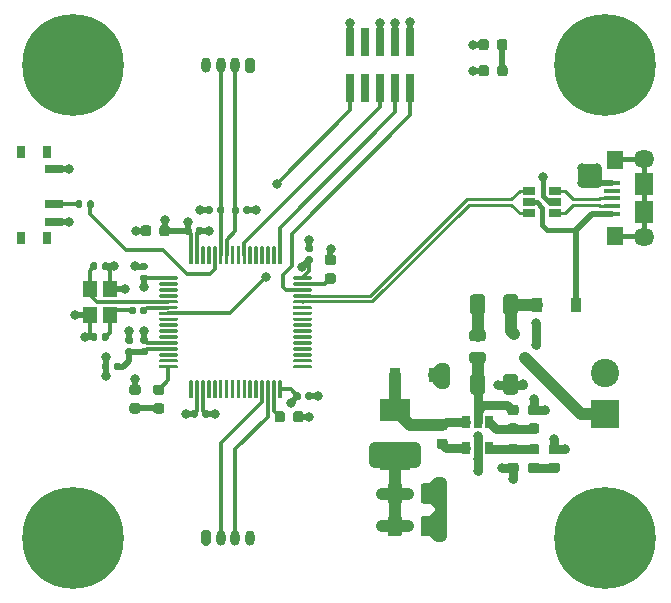
<source format=gbr>
%TF.GenerationSoftware,KiCad,Pcbnew,(5.1.6)-1*%
%TF.CreationDate,2020-09-25T18:38:39+02:00*%
%TF.ProjectId,STM32F4_REV2,53544d33-3246-4345-9f52-4556322e6b69,rev?*%
%TF.SameCoordinates,Original*%
%TF.FileFunction,Copper,L1,Top*%
%TF.FilePolarity,Positive*%
%FSLAX46Y46*%
G04 Gerber Fmt 4.6, Leading zero omitted, Abs format (unit mm)*
G04 Created by KiCad (PCBNEW (5.1.6)-1) date 2020-09-25 18:38:39*
%MOMM*%
%LPD*%
G01*
G04 APERTURE LIST*
%TA.AperFunction,SMDPad,CuDef*%
%ADD10R,1.500000X0.700000*%
%TD*%
%TA.AperFunction,SMDPad,CuDef*%
%ADD11R,0.800000X1.000000*%
%TD*%
%TA.AperFunction,SMDPad,CuDef*%
%ADD12R,0.740000X2.400000*%
%TD*%
%TA.AperFunction,SMDPad,CuDef*%
%ADD13R,0.900000X1.200000*%
%TD*%
%TA.AperFunction,ComponentPad*%
%ADD14C,8.600000*%
%TD*%
%TA.AperFunction,ComponentPad*%
%ADD15C,0.900000*%
%TD*%
%TA.AperFunction,ComponentPad*%
%ADD16R,2.400000X2.400000*%
%TD*%
%TA.AperFunction,ComponentPad*%
%ADD17C,2.400000*%
%TD*%
%TA.AperFunction,ComponentPad*%
%ADD18O,0.800000X1.300000*%
%TD*%
%TA.AperFunction,SMDPad,CuDef*%
%ADD19R,1.350000X0.400000*%
%TD*%
%TA.AperFunction,ComponentPad*%
%ADD20O,1.750000X1.500000*%
%TD*%
%TA.AperFunction,SMDPad,CuDef*%
%ADD21R,1.400000X1.600000*%
%TD*%
%TA.AperFunction,SMDPad,CuDef*%
%ADD22R,1.600000X1.900000*%
%TD*%
%TA.AperFunction,SMDPad,CuDef*%
%ADD23R,2.500000X1.900000*%
%TD*%
%TA.AperFunction,SMDPad,CuDef*%
%ADD24R,0.800000X0.900000*%
%TD*%
%TA.AperFunction,SMDPad,CuDef*%
%ADD25R,0.650000X1.060000*%
%TD*%
%TA.AperFunction,SMDPad,CuDef*%
%ADD26R,1.060000X0.650000*%
%TD*%
%TA.AperFunction,SMDPad,CuDef*%
%ADD27R,1.200000X1.400000*%
%TD*%
%TA.AperFunction,ViaPad*%
%ADD28C,0.800000*%
%TD*%
%TA.AperFunction,Conductor*%
%ADD29C,1.000000*%
%TD*%
%TA.AperFunction,Conductor*%
%ADD30C,0.750000*%
%TD*%
%TA.AperFunction,Conductor*%
%ADD31C,0.300000*%
%TD*%
%TA.AperFunction,Conductor*%
%ADD32C,0.500000*%
%TD*%
%TA.AperFunction,Conductor*%
%ADD33C,0.400000*%
%TD*%
%TA.AperFunction,Conductor*%
%ADD34C,0.261112*%
%TD*%
G04 APERTURE END LIST*
D10*
%TO.P,SW1,1*%
%TO.N,+3V3*%
X34680000Y-49750000D03*
%TO.P,SW1,2*%
%TO.N,Net-(R7-Pad1)*%
X34680000Y-52750000D03*
%TO.P,SW1,3*%
%TO.N,GND*%
X34680000Y-54250000D03*
D11*
%TO.P,SW1,*%
%TO.N,*%
X31820000Y-48350000D03*
X31820000Y-55650000D03*
X34030000Y-55650000D03*
X34030000Y-48350000D03*
%TD*%
D12*
%TO.P,J2,10*%
%TO.N,NRST*%
X59710000Y-42950000D03*
%TO.P,J2,9*%
%TO.N,GND*%
X59710000Y-39050000D03*
%TO.P,J2,8*%
%TO.N,Net-(J2-Pad8)*%
X60980000Y-42950000D03*
%TO.P,J2,7*%
%TO.N,Net-(J2-Pad7)*%
X60980000Y-39050000D03*
%TO.P,J2,6*%
%TO.N,SWO*%
X62250000Y-42950000D03*
%TO.P,J2,5*%
%TO.N,GND*%
X62250000Y-39050000D03*
%TO.P,J2,4*%
%TO.N,SWCLK*%
X63520000Y-42950000D03*
%TO.P,J2,3*%
%TO.N,GND*%
X63520000Y-39050000D03*
%TO.P,J2,2*%
%TO.N,SWDIO*%
X64790000Y-42950000D03*
%TO.P,J2,1*%
%TO.N,+3V3*%
X64790000Y-39050000D03*
%TD*%
%TO.P,C1,1*%
%TO.N,BUCK_IN*%
%TA.AperFunction,SMDPad,CuDef*%
G36*
G01*
X69875000Y-68625000D02*
X69875000Y-67375000D01*
G75*
G02*
X70125000Y-67125000I250000J0D01*
G01*
X70875000Y-67125000D01*
G75*
G02*
X71125000Y-67375000I0J-250000D01*
G01*
X71125000Y-68625000D01*
G75*
G02*
X70875000Y-68875000I-250000J0D01*
G01*
X70125000Y-68875000D01*
G75*
G02*
X69875000Y-68625000I0J250000D01*
G01*
G37*
%TD.AperFunction*%
%TO.P,C1,2*%
%TO.N,GND*%
%TA.AperFunction,SMDPad,CuDef*%
G36*
G01*
X72675000Y-68625000D02*
X72675000Y-67375000D01*
G75*
G02*
X72925000Y-67125000I250000J0D01*
G01*
X73675000Y-67125000D01*
G75*
G02*
X73925000Y-67375000I0J-250000D01*
G01*
X73925000Y-68625000D01*
G75*
G02*
X73675000Y-68875000I-250000J0D01*
G01*
X72925000Y-68875000D01*
G75*
G02*
X72675000Y-68625000I0J250000D01*
G01*
G37*
%TD.AperFunction*%
%TD*%
%TO.P,C2,1*%
%TO.N,+3V3*%
%TA.AperFunction,SMDPad,CuDef*%
G36*
G01*
X62875000Y-77875000D02*
X62875000Y-76625000D01*
G75*
G02*
X63125000Y-76375000I250000J0D01*
G01*
X63875000Y-76375000D01*
G75*
G02*
X64125000Y-76625000I0J-250000D01*
G01*
X64125000Y-77875000D01*
G75*
G02*
X63875000Y-78125000I-250000J0D01*
G01*
X63125000Y-78125000D01*
G75*
G02*
X62875000Y-77875000I0J250000D01*
G01*
G37*
%TD.AperFunction*%
%TO.P,C2,2*%
%TO.N,GND*%
%TA.AperFunction,SMDPad,CuDef*%
G36*
G01*
X65675000Y-77875000D02*
X65675000Y-76625000D01*
G75*
G02*
X65925000Y-76375000I250000J0D01*
G01*
X66675000Y-76375000D01*
G75*
G02*
X66925000Y-76625000I0J-250000D01*
G01*
X66925000Y-77875000D01*
G75*
G02*
X66675000Y-78125000I-250000J0D01*
G01*
X65925000Y-78125000D01*
G75*
G02*
X65675000Y-77875000I0J250000D01*
G01*
G37*
%TD.AperFunction*%
%TD*%
%TO.P,C3,2*%
%TO.N,GND*%
%TA.AperFunction,SMDPad,CuDef*%
G36*
G01*
X65675000Y-80625000D02*
X65675000Y-79375000D01*
G75*
G02*
X65925000Y-79125000I250000J0D01*
G01*
X66675000Y-79125000D01*
G75*
G02*
X66925000Y-79375000I0J-250000D01*
G01*
X66925000Y-80625000D01*
G75*
G02*
X66675000Y-80875000I-250000J0D01*
G01*
X65925000Y-80875000D01*
G75*
G02*
X65675000Y-80625000I0J250000D01*
G01*
G37*
%TD.AperFunction*%
%TO.P,C3,1*%
%TO.N,+3V3*%
%TA.AperFunction,SMDPad,CuDef*%
G36*
G01*
X62875000Y-80625000D02*
X62875000Y-79375000D01*
G75*
G02*
X63125000Y-79125000I250000J0D01*
G01*
X63875000Y-79125000D01*
G75*
G02*
X64125000Y-79375000I0J-250000D01*
G01*
X64125000Y-80625000D01*
G75*
G02*
X63875000Y-80875000I-250000J0D01*
G01*
X63125000Y-80875000D01*
G75*
G02*
X62875000Y-80625000I0J250000D01*
G01*
G37*
%TD.AperFunction*%
%TD*%
%TO.P,C4,1*%
%TO.N,BUCK_SW*%
%TA.AperFunction,SMDPad,CuDef*%
G36*
G01*
X67243750Y-71025000D02*
X67756250Y-71025000D01*
G75*
G02*
X67975000Y-71243750I0J-218750D01*
G01*
X67975000Y-71681250D01*
G75*
G02*
X67756250Y-71900000I-218750J0D01*
G01*
X67243750Y-71900000D01*
G75*
G02*
X67025000Y-71681250I0J218750D01*
G01*
X67025000Y-71243750D01*
G75*
G02*
X67243750Y-71025000I218750J0D01*
G01*
G37*
%TD.AperFunction*%
%TO.P,C4,2*%
%TO.N,BUCK_BST*%
%TA.AperFunction,SMDPad,CuDef*%
G36*
G01*
X67243750Y-72600000D02*
X67756250Y-72600000D01*
G75*
G02*
X67975000Y-72818750I0J-218750D01*
G01*
X67975000Y-73256250D01*
G75*
G02*
X67756250Y-73475000I-218750J0D01*
G01*
X67243750Y-73475000D01*
G75*
G02*
X67025000Y-73256250I0J218750D01*
G01*
X67025000Y-72818750D01*
G75*
G02*
X67243750Y-72600000I218750J0D01*
G01*
G37*
%TD.AperFunction*%
%TD*%
%TO.P,C5,2*%
%TO.N,GND*%
%TA.AperFunction,SMDPad,CuDef*%
G36*
G01*
X42862500Y-54743750D02*
X42862500Y-55256250D01*
G75*
G02*
X42643750Y-55475000I-218750J0D01*
G01*
X42206250Y-55475000D01*
G75*
G02*
X41987500Y-55256250I0J218750D01*
G01*
X41987500Y-54743750D01*
G75*
G02*
X42206250Y-54525000I218750J0D01*
G01*
X42643750Y-54525000D01*
G75*
G02*
X42862500Y-54743750I0J-218750D01*
G01*
G37*
%TD.AperFunction*%
%TO.P,C5,1*%
%TO.N,+3V3*%
%TA.AperFunction,SMDPad,CuDef*%
G36*
G01*
X44437500Y-54743750D02*
X44437500Y-55256250D01*
G75*
G02*
X44218750Y-55475000I-218750J0D01*
G01*
X43781250Y-55475000D01*
G75*
G02*
X43562500Y-55256250I0J218750D01*
G01*
X43562500Y-54743750D01*
G75*
G02*
X43781250Y-54525000I218750J0D01*
G01*
X44218750Y-54525000D01*
G75*
G02*
X44437500Y-54743750I0J-218750D01*
G01*
G37*
%TD.AperFunction*%
%TD*%
%TO.P,C6,2*%
%TO.N,GND*%
%TA.AperFunction,SMDPad,CuDef*%
G36*
G01*
X42422500Y-58325000D02*
X42077500Y-58325000D01*
G75*
G02*
X41930000Y-58177500I0J147500D01*
G01*
X41930000Y-57882500D01*
G75*
G02*
X42077500Y-57735000I147500J0D01*
G01*
X42422500Y-57735000D01*
G75*
G02*
X42570000Y-57882500I0J-147500D01*
G01*
X42570000Y-58177500D01*
G75*
G02*
X42422500Y-58325000I-147500J0D01*
G01*
G37*
%TD.AperFunction*%
%TO.P,C6,1*%
%TO.N,+3V3*%
%TA.AperFunction,SMDPad,CuDef*%
G36*
G01*
X42422500Y-59295000D02*
X42077500Y-59295000D01*
G75*
G02*
X41930000Y-59147500I0J147500D01*
G01*
X41930000Y-58852500D01*
G75*
G02*
X42077500Y-58705000I147500J0D01*
G01*
X42422500Y-58705000D01*
G75*
G02*
X42570000Y-58852500I0J-147500D01*
G01*
X42570000Y-59147500D01*
G75*
G02*
X42422500Y-59295000I-147500J0D01*
G01*
G37*
%TD.AperFunction*%
%TD*%
%TO.P,C7,1*%
%TO.N,+3V3*%
%TA.AperFunction,SMDPad,CuDef*%
G36*
G01*
X47795000Y-70327500D02*
X47795000Y-70672500D01*
G75*
G02*
X47647500Y-70820000I-147500J0D01*
G01*
X47352500Y-70820000D01*
G75*
G02*
X47205000Y-70672500I0J147500D01*
G01*
X47205000Y-70327500D01*
G75*
G02*
X47352500Y-70180000I147500J0D01*
G01*
X47647500Y-70180000D01*
G75*
G02*
X47795000Y-70327500I0J-147500D01*
G01*
G37*
%TD.AperFunction*%
%TO.P,C7,2*%
%TO.N,GND*%
%TA.AperFunction,SMDPad,CuDef*%
G36*
G01*
X46825000Y-70327500D02*
X46825000Y-70672500D01*
G75*
G02*
X46677500Y-70820000I-147500J0D01*
G01*
X46382500Y-70820000D01*
G75*
G02*
X46235000Y-70672500I0J147500D01*
G01*
X46235000Y-70327500D01*
G75*
G02*
X46382500Y-70180000I147500J0D01*
G01*
X46677500Y-70180000D01*
G75*
G02*
X46825000Y-70327500I0J-147500D01*
G01*
G37*
%TD.AperFunction*%
%TD*%
%TO.P,C8,2*%
%TO.N,GND*%
%TA.AperFunction,SMDPad,CuDef*%
G36*
G01*
X55925000Y-69172500D02*
X55925000Y-68827500D01*
G75*
G02*
X56072500Y-68680000I147500J0D01*
G01*
X56367500Y-68680000D01*
G75*
G02*
X56515000Y-68827500I0J-147500D01*
G01*
X56515000Y-69172500D01*
G75*
G02*
X56367500Y-69320000I-147500J0D01*
G01*
X56072500Y-69320000D01*
G75*
G02*
X55925000Y-69172500I0J147500D01*
G01*
G37*
%TD.AperFunction*%
%TO.P,C8,1*%
%TO.N,+3V3*%
%TA.AperFunction,SMDPad,CuDef*%
G36*
G01*
X54955000Y-69172500D02*
X54955000Y-68827500D01*
G75*
G02*
X55102500Y-68680000I147500J0D01*
G01*
X55397500Y-68680000D01*
G75*
G02*
X55545000Y-68827500I0J-147500D01*
G01*
X55545000Y-69172500D01*
G75*
G02*
X55397500Y-69320000I-147500J0D01*
G01*
X55102500Y-69320000D01*
G75*
G02*
X54955000Y-69172500I0J147500D01*
G01*
G37*
%TD.AperFunction*%
%TD*%
%TO.P,C9,1*%
%TO.N,+3V3*%
%TA.AperFunction,SMDPad,CuDef*%
G36*
G01*
X56422500Y-57765000D02*
X56077500Y-57765000D01*
G75*
G02*
X55930000Y-57617500I0J147500D01*
G01*
X55930000Y-57322500D01*
G75*
G02*
X56077500Y-57175000I147500J0D01*
G01*
X56422500Y-57175000D01*
G75*
G02*
X56570000Y-57322500I0J-147500D01*
G01*
X56570000Y-57617500D01*
G75*
G02*
X56422500Y-57765000I-147500J0D01*
G01*
G37*
%TD.AperFunction*%
%TO.P,C9,2*%
%TO.N,GND*%
%TA.AperFunction,SMDPad,CuDef*%
G36*
G01*
X56422500Y-56795000D02*
X56077500Y-56795000D01*
G75*
G02*
X55930000Y-56647500I0J147500D01*
G01*
X55930000Y-56352500D01*
G75*
G02*
X56077500Y-56205000I147500J0D01*
G01*
X56422500Y-56205000D01*
G75*
G02*
X56570000Y-56352500I0J-147500D01*
G01*
X56570000Y-56647500D01*
G75*
G02*
X56422500Y-56795000I-147500J0D01*
G01*
G37*
%TD.AperFunction*%
%TD*%
%TO.P,C10,2*%
%TO.N,GND*%
%TA.AperFunction,SMDPad,CuDef*%
G36*
G01*
X46675000Y-55172500D02*
X46675000Y-54827500D01*
G75*
G02*
X46822500Y-54680000I147500J0D01*
G01*
X47117500Y-54680000D01*
G75*
G02*
X47265000Y-54827500I0J-147500D01*
G01*
X47265000Y-55172500D01*
G75*
G02*
X47117500Y-55320000I-147500J0D01*
G01*
X46822500Y-55320000D01*
G75*
G02*
X46675000Y-55172500I0J147500D01*
G01*
G37*
%TD.AperFunction*%
%TO.P,C10,1*%
%TO.N,+3V3*%
%TA.AperFunction,SMDPad,CuDef*%
G36*
G01*
X45705000Y-55172500D02*
X45705000Y-54827500D01*
G75*
G02*
X45852500Y-54680000I147500J0D01*
G01*
X46147500Y-54680000D01*
G75*
G02*
X46295000Y-54827500I0J-147500D01*
G01*
X46295000Y-55172500D01*
G75*
G02*
X46147500Y-55320000I-147500J0D01*
G01*
X45852500Y-55320000D01*
G75*
G02*
X45705000Y-55172500I0J147500D01*
G01*
G37*
%TD.AperFunction*%
%TD*%
%TO.P,C11,1*%
%TO.N,+3.3VA*%
%TA.AperFunction,SMDPad,CuDef*%
G36*
G01*
X41172500Y-65545000D02*
X40827500Y-65545000D01*
G75*
G02*
X40680000Y-65397500I0J147500D01*
G01*
X40680000Y-65102500D01*
G75*
G02*
X40827500Y-64955000I147500J0D01*
G01*
X41172500Y-64955000D01*
G75*
G02*
X41320000Y-65102500I0J-147500D01*
G01*
X41320000Y-65397500D01*
G75*
G02*
X41172500Y-65545000I-147500J0D01*
G01*
G37*
%TD.AperFunction*%
%TO.P,C11,2*%
%TO.N,GND*%
%TA.AperFunction,SMDPad,CuDef*%
G36*
G01*
X41172500Y-64575000D02*
X40827500Y-64575000D01*
G75*
G02*
X40680000Y-64427500I0J147500D01*
G01*
X40680000Y-64132500D01*
G75*
G02*
X40827500Y-63985000I147500J0D01*
G01*
X41172500Y-63985000D01*
G75*
G02*
X41320000Y-64132500I0J-147500D01*
G01*
X41320000Y-64427500D01*
G75*
G02*
X41172500Y-64575000I-147500J0D01*
G01*
G37*
%TD.AperFunction*%
%TD*%
%TO.P,C12,1*%
%TO.N,+3.3VA*%
%TA.AperFunction,SMDPad,CuDef*%
G36*
G01*
X42422500Y-65530000D02*
X42077500Y-65530000D01*
G75*
G02*
X41930000Y-65382500I0J147500D01*
G01*
X41930000Y-65087500D01*
G75*
G02*
X42077500Y-64940000I147500J0D01*
G01*
X42422500Y-64940000D01*
G75*
G02*
X42570000Y-65087500I0J-147500D01*
G01*
X42570000Y-65382500D01*
G75*
G02*
X42422500Y-65530000I-147500J0D01*
G01*
G37*
%TD.AperFunction*%
%TO.P,C12,2*%
%TO.N,GND*%
%TA.AperFunction,SMDPad,CuDef*%
G36*
G01*
X42422500Y-64560000D02*
X42077500Y-64560000D01*
G75*
G02*
X41930000Y-64412500I0J147500D01*
G01*
X41930000Y-64117500D01*
G75*
G02*
X42077500Y-63970000I147500J0D01*
G01*
X42422500Y-63970000D01*
G75*
G02*
X42570000Y-64117500I0J-147500D01*
G01*
X42570000Y-64412500D01*
G75*
G02*
X42422500Y-64560000I-147500J0D01*
G01*
G37*
%TD.AperFunction*%
%TD*%
%TO.P,C13,1*%
%TO.N,Net-(C13-Pad1)*%
%TA.AperFunction,SMDPad,CuDef*%
G36*
G01*
X53312500Y-71006250D02*
X53312500Y-70493750D01*
G75*
G02*
X53531250Y-70275000I218750J0D01*
G01*
X53968750Y-70275000D01*
G75*
G02*
X54187500Y-70493750I0J-218750D01*
G01*
X54187500Y-71006250D01*
G75*
G02*
X53968750Y-71225000I-218750J0D01*
G01*
X53531250Y-71225000D01*
G75*
G02*
X53312500Y-71006250I0J218750D01*
G01*
G37*
%TD.AperFunction*%
%TO.P,C13,2*%
%TO.N,GND*%
%TA.AperFunction,SMDPad,CuDef*%
G36*
G01*
X54887500Y-71006250D02*
X54887500Y-70493750D01*
G75*
G02*
X55106250Y-70275000I218750J0D01*
G01*
X55543750Y-70275000D01*
G75*
G02*
X55762500Y-70493750I0J-218750D01*
G01*
X55762500Y-71006250D01*
G75*
G02*
X55543750Y-71225000I-218750J0D01*
G01*
X55106250Y-71225000D01*
G75*
G02*
X54887500Y-71006250I0J218750D01*
G01*
G37*
%TD.AperFunction*%
%TD*%
%TO.P,C14,2*%
%TO.N,GND*%
%TA.AperFunction,SMDPad,CuDef*%
G36*
G01*
X58293750Y-57900000D02*
X57781250Y-57900000D01*
G75*
G02*
X57562500Y-57681250I0J218750D01*
G01*
X57562500Y-57243750D01*
G75*
G02*
X57781250Y-57025000I218750J0D01*
G01*
X58293750Y-57025000D01*
G75*
G02*
X58512500Y-57243750I0J-218750D01*
G01*
X58512500Y-57681250D01*
G75*
G02*
X58293750Y-57900000I-218750J0D01*
G01*
G37*
%TD.AperFunction*%
%TO.P,C14,1*%
%TO.N,Net-(C14-Pad1)*%
%TA.AperFunction,SMDPad,CuDef*%
G36*
G01*
X58293750Y-59475000D02*
X57781250Y-59475000D01*
G75*
G02*
X57562500Y-59256250I0J218750D01*
G01*
X57562500Y-58818750D01*
G75*
G02*
X57781250Y-58600000I218750J0D01*
G01*
X58293750Y-58600000D01*
G75*
G02*
X58512500Y-58818750I0J-218750D01*
G01*
X58512500Y-59256250D01*
G75*
G02*
X58293750Y-59475000I-218750J0D01*
G01*
G37*
%TD.AperFunction*%
%TD*%
%TO.P,C15,2*%
%TO.N,GND*%
%TA.AperFunction,SMDPad,CuDef*%
G36*
G01*
X38690000Y-58172500D02*
X38690000Y-57827500D01*
G75*
G02*
X38837500Y-57680000I147500J0D01*
G01*
X39132500Y-57680000D01*
G75*
G02*
X39280000Y-57827500I0J-147500D01*
G01*
X39280000Y-58172500D01*
G75*
G02*
X39132500Y-58320000I-147500J0D01*
G01*
X38837500Y-58320000D01*
G75*
G02*
X38690000Y-58172500I0J147500D01*
G01*
G37*
%TD.AperFunction*%
%TO.P,C15,1*%
%TO.N,HSE_IN*%
%TA.AperFunction,SMDPad,CuDef*%
G36*
G01*
X37720000Y-58172500D02*
X37720000Y-57827500D01*
G75*
G02*
X37867500Y-57680000I147500J0D01*
G01*
X38162500Y-57680000D01*
G75*
G02*
X38310000Y-57827500I0J-147500D01*
G01*
X38310000Y-58172500D01*
G75*
G02*
X38162500Y-58320000I-147500J0D01*
G01*
X37867500Y-58320000D01*
G75*
G02*
X37720000Y-58172500I0J147500D01*
G01*
G37*
%TD.AperFunction*%
%TD*%
%TO.P,C16,1*%
%TO.N,Net-(C16-Pad1)*%
%TA.AperFunction,SMDPad,CuDef*%
G36*
G01*
X39280000Y-63827500D02*
X39280000Y-64172500D01*
G75*
G02*
X39132500Y-64320000I-147500J0D01*
G01*
X38837500Y-64320000D01*
G75*
G02*
X38690000Y-64172500I0J147500D01*
G01*
X38690000Y-63827500D01*
G75*
G02*
X38837500Y-63680000I147500J0D01*
G01*
X39132500Y-63680000D01*
G75*
G02*
X39280000Y-63827500I0J-147500D01*
G01*
G37*
%TD.AperFunction*%
%TO.P,C16,2*%
%TO.N,GND*%
%TA.AperFunction,SMDPad,CuDef*%
G36*
G01*
X38310000Y-63827500D02*
X38310000Y-64172500D01*
G75*
G02*
X38162500Y-64320000I-147500J0D01*
G01*
X37867500Y-64320000D01*
G75*
G02*
X37720000Y-64172500I0J147500D01*
G01*
X37720000Y-63827500D01*
G75*
G02*
X37867500Y-63680000I147500J0D01*
G01*
X38162500Y-63680000D01*
G75*
G02*
X38310000Y-63827500I0J-147500D01*
G01*
G37*
%TD.AperFunction*%
%TD*%
D13*
%TO.P,D1,2*%
%TO.N,+5V*%
X78800000Y-61250000D03*
%TO.P,D1,1*%
%TO.N,Net-(D1-Pad1)*%
X75500000Y-61250000D03*
%TD*%
%TO.P,D2,1*%
%TO.N,BUCK_SW*%
X63500000Y-67250000D03*
%TO.P,D2,2*%
%TO.N,GND*%
X66800000Y-67250000D03*
%TD*%
%TO.P,D3,2*%
%TO.N,+3V3*%
%TA.AperFunction,SMDPad,CuDef*%
G36*
G01*
X71437500Y-38993750D02*
X71437500Y-39506250D01*
G75*
G02*
X71218750Y-39725000I-218750J0D01*
G01*
X70781250Y-39725000D01*
G75*
G02*
X70562500Y-39506250I0J218750D01*
G01*
X70562500Y-38993750D01*
G75*
G02*
X70781250Y-38775000I218750J0D01*
G01*
X71218750Y-38775000D01*
G75*
G02*
X71437500Y-38993750I0J-218750D01*
G01*
G37*
%TD.AperFunction*%
%TO.P,D3,1*%
%TO.N,Net-(D3-Pad1)*%
%TA.AperFunction,SMDPad,CuDef*%
G36*
G01*
X73012500Y-38993750D02*
X73012500Y-39506250D01*
G75*
G02*
X72793750Y-39725000I-218750J0D01*
G01*
X72356250Y-39725000D01*
G75*
G02*
X72137500Y-39506250I0J218750D01*
G01*
X72137500Y-38993750D01*
G75*
G02*
X72356250Y-38775000I218750J0D01*
G01*
X72793750Y-38775000D01*
G75*
G02*
X73012500Y-38993750I0J-218750D01*
G01*
G37*
%TD.AperFunction*%
%TD*%
%TO.P,D4,1*%
%TO.N,Net-(D4-Pad1)*%
%TA.AperFunction,SMDPad,CuDef*%
G36*
G01*
X43756250Y-70475000D02*
X43243750Y-70475000D01*
G75*
G02*
X43025000Y-70256250I0J218750D01*
G01*
X43025000Y-69818750D01*
G75*
G02*
X43243750Y-69600000I218750J0D01*
G01*
X43756250Y-69600000D01*
G75*
G02*
X43975000Y-69818750I0J-218750D01*
G01*
X43975000Y-70256250D01*
G75*
G02*
X43756250Y-70475000I-218750J0D01*
G01*
G37*
%TD.AperFunction*%
%TO.P,D4,2*%
%TO.N,LED_STATUS*%
%TA.AperFunction,SMDPad,CuDef*%
G36*
G01*
X43756250Y-68900000D02*
X43243750Y-68900000D01*
G75*
G02*
X43025000Y-68681250I0J218750D01*
G01*
X43025000Y-68243750D01*
G75*
G02*
X43243750Y-68025000I218750J0D01*
G01*
X43756250Y-68025000D01*
G75*
G02*
X43975000Y-68243750I0J-218750D01*
G01*
X43975000Y-68681250D01*
G75*
G02*
X43756250Y-68900000I-218750J0D01*
G01*
G37*
%TD.AperFunction*%
%TD*%
%TO.P,F1,1*%
%TO.N,Net-(F1-Pad1)*%
%TA.AperFunction,SMDPad,CuDef*%
G36*
G01*
X69875000Y-61875000D02*
X69875000Y-60625000D01*
G75*
G02*
X70125000Y-60375000I250000J0D01*
G01*
X70875000Y-60375000D01*
G75*
G02*
X71125000Y-60625000I0J-250000D01*
G01*
X71125000Y-61875000D01*
G75*
G02*
X70875000Y-62125000I-250000J0D01*
G01*
X70125000Y-62125000D01*
G75*
G02*
X69875000Y-61875000I0J250000D01*
G01*
G37*
%TD.AperFunction*%
%TO.P,F1,2*%
%TO.N,Net-(D1-Pad1)*%
%TA.AperFunction,SMDPad,CuDef*%
G36*
G01*
X72675000Y-61875000D02*
X72675000Y-60625000D01*
G75*
G02*
X72925000Y-60375000I250000J0D01*
G01*
X73675000Y-60375000D01*
G75*
G02*
X73925000Y-60625000I0J-250000D01*
G01*
X73925000Y-61875000D01*
G75*
G02*
X73675000Y-62125000I-250000J0D01*
G01*
X72925000Y-62125000D01*
G75*
G02*
X72675000Y-61875000I0J250000D01*
G01*
G37*
%TD.AperFunction*%
%TD*%
%TO.P,FB1,1*%
%TO.N,BUCK_IN*%
%TA.AperFunction,SMDPad,CuDef*%
G36*
G01*
X70956250Y-66237500D02*
X70043750Y-66237500D01*
G75*
G02*
X69800000Y-65993750I0J243750D01*
G01*
X69800000Y-65506250D01*
G75*
G02*
X70043750Y-65262500I243750J0D01*
G01*
X70956250Y-65262500D01*
G75*
G02*
X71200000Y-65506250I0J-243750D01*
G01*
X71200000Y-65993750D01*
G75*
G02*
X70956250Y-66237500I-243750J0D01*
G01*
G37*
%TD.AperFunction*%
%TO.P,FB1,2*%
%TO.N,Net-(F1-Pad1)*%
%TA.AperFunction,SMDPad,CuDef*%
G36*
G01*
X70956250Y-64362500D02*
X70043750Y-64362500D01*
G75*
G02*
X69800000Y-64118750I0J243750D01*
G01*
X69800000Y-63631250D01*
G75*
G02*
X70043750Y-63387500I243750J0D01*
G01*
X70956250Y-63387500D01*
G75*
G02*
X71200000Y-63631250I0J-243750D01*
G01*
X71200000Y-64118750D01*
G75*
G02*
X70956250Y-64362500I-243750J0D01*
G01*
G37*
%TD.AperFunction*%
%TD*%
D14*
%TO.P,H1,1*%
%TO.N,GND*%
X81250000Y-41000000D03*
D15*
X84475000Y-41000000D03*
X83530419Y-43280419D03*
X81250000Y-44225000D03*
X78969581Y-43280419D03*
X78025000Y-41000000D03*
X78969581Y-38719581D03*
X81250000Y-37775000D03*
X83530419Y-38719581D03*
%TD*%
%TO.P,H2,1*%
%TO.N,GND*%
X83530419Y-78719581D03*
X81250000Y-77775000D03*
X78969581Y-78719581D03*
X78025000Y-81000000D03*
X78969581Y-83280419D03*
X81250000Y-84225000D03*
X83530419Y-83280419D03*
X84475000Y-81000000D03*
D14*
X81250000Y-81000000D03*
%TD*%
%TO.P,H3,1*%
%TO.N,GND*%
X36250000Y-81000000D03*
D15*
X39475000Y-81000000D03*
X38530419Y-83280419D03*
X36250000Y-84225000D03*
X33969581Y-83280419D03*
X33025000Y-81000000D03*
X33969581Y-78719581D03*
X36250000Y-77775000D03*
X38530419Y-78719581D03*
%TD*%
%TO.P,H4,1*%
%TO.N,GND*%
X38530419Y-38719581D03*
X36250000Y-37775000D03*
X33969581Y-38719581D03*
X33025000Y-41000000D03*
X33969581Y-43280419D03*
X36250000Y-44225000D03*
X38530419Y-43280419D03*
X39475000Y-41000000D03*
D14*
X36250000Y-41000000D03*
%TD*%
D16*
%TO.P,J1,1*%
%TO.N,+12V*%
X81250000Y-70500000D03*
D17*
%TO.P,J1,2*%
%TO.N,GND*%
X81250000Y-67000000D03*
%TD*%
D18*
%TO.P,J3,4*%
%TO.N,GND*%
X47500000Y-41000000D03*
%TO.P,J3,3*%
%TO.N,I2C1_SDA*%
X48750000Y-41000000D03*
%TO.P,J3,2*%
%TO.N,I2C1_SCL*%
X50000000Y-41000000D03*
%TO.P,J3,1*%
%TO.N,+3V3*%
%TA.AperFunction,ComponentPad*%
G36*
G01*
X51650000Y-40550000D02*
X51650000Y-41450000D01*
G75*
G02*
X51450000Y-41650000I-200000J0D01*
G01*
X51050000Y-41650000D01*
G75*
G02*
X50850000Y-41450000I0J200000D01*
G01*
X50850000Y-40550000D01*
G75*
G02*
X51050000Y-40350000I200000J0D01*
G01*
X51450000Y-40350000D01*
G75*
G02*
X51650000Y-40550000I0J-200000D01*
G01*
G37*
%TD.AperFunction*%
%TD*%
%TO.P,J4,1*%
%TO.N,+3V3*%
%TA.AperFunction,ComponentPad*%
G36*
G01*
X47100000Y-81450000D02*
X47100000Y-80550000D01*
G75*
G02*
X47300000Y-80350000I200000J0D01*
G01*
X47700000Y-80350000D01*
G75*
G02*
X47900000Y-80550000I0J-200000D01*
G01*
X47900000Y-81450000D01*
G75*
G02*
X47700000Y-81650000I-200000J0D01*
G01*
X47300000Y-81650000D01*
G75*
G02*
X47100000Y-81450000I0J200000D01*
G01*
G37*
%TD.AperFunction*%
%TO.P,J4,2*%
%TO.N,USART3_TX*%
X48750000Y-81000000D03*
%TO.P,J4,3*%
%TO.N,USART3_RX*%
X50000000Y-81000000D03*
%TO.P,J4,4*%
%TO.N,GND*%
X51250000Y-81000000D03*
%TD*%
D19*
%TO.P,J5,1*%
%TO.N,+5V*%
X81900000Y-53550000D03*
%TO.P,J5,2*%
%TO.N,USB_CONN_D-*%
X81900000Y-52900000D03*
%TO.P,J5,3*%
%TO.N,USB_CONN_D+*%
X81900000Y-52250000D03*
%TO.P,J5,4*%
%TO.N,Net-(J5-Pad4)*%
X81900000Y-51600000D03*
%TO.P,J5,5*%
%TO.N,GND*%
X81900000Y-50950000D03*
D20*
%TO.P,J5,6*%
%TO.N,Net-(J5-Pad6)*%
X84575000Y-55550000D03*
X84575000Y-48950000D03*
D21*
X82125000Y-55450000D03*
D22*
X84575000Y-53450000D03*
X84575000Y-51050000D03*
D21*
X82125000Y-49050000D03*
%TD*%
D23*
%TO.P,L1,1*%
%TO.N,BUCK_SW*%
X63500000Y-70200000D03*
%TO.P,L1,2*%
%TO.N,+3V3*%
X63500000Y-74300000D03*
%TD*%
%TO.P,L2,1*%
%TO.N,+3V3*%
%TA.AperFunction,SMDPad,CuDef*%
G36*
G01*
X38720000Y-66672500D02*
X38720000Y-66327500D01*
G75*
G02*
X38867500Y-66180000I147500J0D01*
G01*
X39162500Y-66180000D01*
G75*
G02*
X39310000Y-66327500I0J-147500D01*
G01*
X39310000Y-66672500D01*
G75*
G02*
X39162500Y-66820000I-147500J0D01*
G01*
X38867500Y-66820000D01*
G75*
G02*
X38720000Y-66672500I0J147500D01*
G01*
G37*
%TD.AperFunction*%
%TO.P,L2,2*%
%TO.N,+3.3VA*%
%TA.AperFunction,SMDPad,CuDef*%
G36*
G01*
X39690000Y-66672500D02*
X39690000Y-66327500D01*
G75*
G02*
X39837500Y-66180000I147500J0D01*
G01*
X40132500Y-66180000D01*
G75*
G02*
X40280000Y-66327500I0J-147500D01*
G01*
X40280000Y-66672500D01*
G75*
G02*
X40132500Y-66820000I-147500J0D01*
G01*
X39837500Y-66820000D01*
G75*
G02*
X39690000Y-66672500I0J147500D01*
G01*
G37*
%TD.AperFunction*%
%TD*%
D24*
%TO.P,Q1,1*%
%TO.N,GND*%
X75450000Y-63750000D03*
%TO.P,Q1,2*%
%TO.N,Net-(D1-Pad1)*%
X73550000Y-63750000D03*
%TO.P,Q1,3*%
%TO.N,+12V*%
X74500000Y-65750000D03*
%TD*%
%TO.P,R1,2*%
%TO.N,BUCK_EN*%
%TA.AperFunction,SMDPad,CuDef*%
G36*
G01*
X73243750Y-71312500D02*
X73756250Y-71312500D01*
G75*
G02*
X73975000Y-71531250I0J-218750D01*
G01*
X73975000Y-71968750D01*
G75*
G02*
X73756250Y-72187500I-218750J0D01*
G01*
X73243750Y-72187500D01*
G75*
G02*
X73025000Y-71968750I0J218750D01*
G01*
X73025000Y-71531250D01*
G75*
G02*
X73243750Y-71312500I218750J0D01*
G01*
G37*
%TD.AperFunction*%
%TO.P,R1,1*%
%TO.N,BUCK_IN*%
%TA.AperFunction,SMDPad,CuDef*%
G36*
G01*
X73243750Y-69737500D02*
X73756250Y-69737500D01*
G75*
G02*
X73975000Y-69956250I0J-218750D01*
G01*
X73975000Y-70393750D01*
G75*
G02*
X73756250Y-70612500I-218750J0D01*
G01*
X73243750Y-70612500D01*
G75*
G02*
X73025000Y-70393750I0J218750D01*
G01*
X73025000Y-69956250D01*
G75*
G02*
X73243750Y-69737500I218750J0D01*
G01*
G37*
%TD.AperFunction*%
%TD*%
%TO.P,R2,1*%
%TO.N,BUCK_EN*%
%TA.AperFunction,SMDPad,CuDef*%
G36*
G01*
X75506250Y-72187500D02*
X74993750Y-72187500D01*
G75*
G02*
X74775000Y-71968750I0J218750D01*
G01*
X74775000Y-71531250D01*
G75*
G02*
X74993750Y-71312500I218750J0D01*
G01*
X75506250Y-71312500D01*
G75*
G02*
X75725000Y-71531250I0J-218750D01*
G01*
X75725000Y-71968750D01*
G75*
G02*
X75506250Y-72187500I-218750J0D01*
G01*
G37*
%TD.AperFunction*%
%TO.P,R2,2*%
%TO.N,GND*%
%TA.AperFunction,SMDPad,CuDef*%
G36*
G01*
X75506250Y-70612500D02*
X74993750Y-70612500D01*
G75*
G02*
X74775000Y-70393750I0J218750D01*
G01*
X74775000Y-69956250D01*
G75*
G02*
X74993750Y-69737500I218750J0D01*
G01*
X75506250Y-69737500D01*
G75*
G02*
X75725000Y-69956250I0J-218750D01*
G01*
X75725000Y-70393750D01*
G75*
G02*
X75506250Y-70612500I-218750J0D01*
G01*
G37*
%TD.AperFunction*%
%TD*%
%TO.P,R3,1*%
%TO.N,+3V3*%
%TA.AperFunction,SMDPad,CuDef*%
G36*
G01*
X73756250Y-75512500D02*
X73243750Y-75512500D01*
G75*
G02*
X73025000Y-75293750I0J218750D01*
G01*
X73025000Y-74856250D01*
G75*
G02*
X73243750Y-74637500I218750J0D01*
G01*
X73756250Y-74637500D01*
G75*
G02*
X73975000Y-74856250I0J-218750D01*
G01*
X73975000Y-75293750D01*
G75*
G02*
X73756250Y-75512500I-218750J0D01*
G01*
G37*
%TD.AperFunction*%
%TO.P,R3,2*%
%TO.N,BUCK_FB*%
%TA.AperFunction,SMDPad,CuDef*%
G36*
G01*
X73756250Y-73937500D02*
X73243750Y-73937500D01*
G75*
G02*
X73025000Y-73718750I0J218750D01*
G01*
X73025000Y-73281250D01*
G75*
G02*
X73243750Y-73062500I218750J0D01*
G01*
X73756250Y-73062500D01*
G75*
G02*
X73975000Y-73281250I0J-218750D01*
G01*
X73975000Y-73718750D01*
G75*
G02*
X73756250Y-73937500I-218750J0D01*
G01*
G37*
%TD.AperFunction*%
%TD*%
%TO.P,R4,1*%
%TO.N,BUCK_FB*%
%TA.AperFunction,SMDPad,CuDef*%
G36*
G01*
X74993750Y-73062500D02*
X75506250Y-73062500D01*
G75*
G02*
X75725000Y-73281250I0J-218750D01*
G01*
X75725000Y-73718750D01*
G75*
G02*
X75506250Y-73937500I-218750J0D01*
G01*
X74993750Y-73937500D01*
G75*
G02*
X74775000Y-73718750I0J218750D01*
G01*
X74775000Y-73281250D01*
G75*
G02*
X74993750Y-73062500I218750J0D01*
G01*
G37*
%TD.AperFunction*%
%TO.P,R4,2*%
%TO.N,Net-(R4-Pad2)*%
%TA.AperFunction,SMDPad,CuDef*%
G36*
G01*
X74993750Y-74637500D02*
X75506250Y-74637500D01*
G75*
G02*
X75725000Y-74856250I0J-218750D01*
G01*
X75725000Y-75293750D01*
G75*
G02*
X75506250Y-75512500I-218750J0D01*
G01*
X74993750Y-75512500D01*
G75*
G02*
X74775000Y-75293750I0J218750D01*
G01*
X74775000Y-74856250D01*
G75*
G02*
X74993750Y-74637500I218750J0D01*
G01*
G37*
%TD.AperFunction*%
%TD*%
%TO.P,R5,2*%
%TO.N,GND*%
%TA.AperFunction,SMDPad,CuDef*%
G36*
G01*
X77256250Y-73925000D02*
X76743750Y-73925000D01*
G75*
G02*
X76525000Y-73706250I0J218750D01*
G01*
X76525000Y-73268750D01*
G75*
G02*
X76743750Y-73050000I218750J0D01*
G01*
X77256250Y-73050000D01*
G75*
G02*
X77475000Y-73268750I0J-218750D01*
G01*
X77475000Y-73706250D01*
G75*
G02*
X77256250Y-73925000I-218750J0D01*
G01*
G37*
%TD.AperFunction*%
%TO.P,R5,1*%
%TO.N,Net-(R4-Pad2)*%
%TA.AperFunction,SMDPad,CuDef*%
G36*
G01*
X77256250Y-75500000D02*
X76743750Y-75500000D01*
G75*
G02*
X76525000Y-75281250I0J218750D01*
G01*
X76525000Y-74843750D01*
G75*
G02*
X76743750Y-74625000I218750J0D01*
G01*
X77256250Y-74625000D01*
G75*
G02*
X77475000Y-74843750I0J-218750D01*
G01*
X77475000Y-75281250D01*
G75*
G02*
X77256250Y-75500000I-218750J0D01*
G01*
G37*
%TD.AperFunction*%
%TD*%
%TO.P,R6,2*%
%TO.N,Net-(D3-Pad1)*%
%TA.AperFunction,SMDPad,CuDef*%
G36*
G01*
X72162500Y-41706250D02*
X72162500Y-41193750D01*
G75*
G02*
X72381250Y-40975000I218750J0D01*
G01*
X72818750Y-40975000D01*
G75*
G02*
X73037500Y-41193750I0J-218750D01*
G01*
X73037500Y-41706250D01*
G75*
G02*
X72818750Y-41925000I-218750J0D01*
G01*
X72381250Y-41925000D01*
G75*
G02*
X72162500Y-41706250I0J218750D01*
G01*
G37*
%TD.AperFunction*%
%TO.P,R6,1*%
%TO.N,GND*%
%TA.AperFunction,SMDPad,CuDef*%
G36*
G01*
X70587500Y-41706250D02*
X70587500Y-41193750D01*
G75*
G02*
X70806250Y-40975000I218750J0D01*
G01*
X71243750Y-40975000D01*
G75*
G02*
X71462500Y-41193750I0J-218750D01*
G01*
X71462500Y-41706250D01*
G75*
G02*
X71243750Y-41925000I-218750J0D01*
G01*
X70806250Y-41925000D01*
G75*
G02*
X70587500Y-41706250I0J218750D01*
G01*
G37*
%TD.AperFunction*%
%TD*%
%TO.P,R7,2*%
%TO.N,BOOT0*%
%TA.AperFunction,SMDPad,CuDef*%
G36*
G01*
X37425000Y-52922500D02*
X37425000Y-52577500D01*
G75*
G02*
X37572500Y-52430000I147500J0D01*
G01*
X37867500Y-52430000D01*
G75*
G02*
X38015000Y-52577500I0J-147500D01*
G01*
X38015000Y-52922500D01*
G75*
G02*
X37867500Y-53070000I-147500J0D01*
G01*
X37572500Y-53070000D01*
G75*
G02*
X37425000Y-52922500I0J147500D01*
G01*
G37*
%TD.AperFunction*%
%TO.P,R7,1*%
%TO.N,Net-(R7-Pad1)*%
%TA.AperFunction,SMDPad,CuDef*%
G36*
G01*
X36455000Y-52922500D02*
X36455000Y-52577500D01*
G75*
G02*
X36602500Y-52430000I147500J0D01*
G01*
X36897500Y-52430000D01*
G75*
G02*
X37045000Y-52577500I0J-147500D01*
G01*
X37045000Y-52922500D01*
G75*
G02*
X36897500Y-53070000I-147500J0D01*
G01*
X36602500Y-53070000D01*
G75*
G02*
X36455000Y-52922500I0J147500D01*
G01*
G37*
%TD.AperFunction*%
%TD*%
%TO.P,R8,1*%
%TO.N,HSE_OUT*%
%TA.AperFunction,SMDPad,CuDef*%
G36*
G01*
X42545000Y-61577500D02*
X42545000Y-61922500D01*
G75*
G02*
X42397500Y-62070000I-147500J0D01*
G01*
X42102500Y-62070000D01*
G75*
G02*
X41955000Y-61922500I0J147500D01*
G01*
X41955000Y-61577500D01*
G75*
G02*
X42102500Y-61430000I147500J0D01*
G01*
X42397500Y-61430000D01*
G75*
G02*
X42545000Y-61577500I0J-147500D01*
G01*
G37*
%TD.AperFunction*%
%TO.P,R8,2*%
%TO.N,Net-(C16-Pad1)*%
%TA.AperFunction,SMDPad,CuDef*%
G36*
G01*
X41575000Y-61577500D02*
X41575000Y-61922500D01*
G75*
G02*
X41427500Y-62070000I-147500J0D01*
G01*
X41132500Y-62070000D01*
G75*
G02*
X40985000Y-61922500I0J147500D01*
G01*
X40985000Y-61577500D01*
G75*
G02*
X41132500Y-61430000I147500J0D01*
G01*
X41427500Y-61430000D01*
G75*
G02*
X41575000Y-61577500I0J-147500D01*
G01*
G37*
%TD.AperFunction*%
%TD*%
%TO.P,R9,1*%
%TO.N,GND*%
%TA.AperFunction,SMDPad,CuDef*%
G36*
G01*
X41243750Y-68025000D02*
X41756250Y-68025000D01*
G75*
G02*
X41975000Y-68243750I0J-218750D01*
G01*
X41975000Y-68681250D01*
G75*
G02*
X41756250Y-68900000I-218750J0D01*
G01*
X41243750Y-68900000D01*
G75*
G02*
X41025000Y-68681250I0J218750D01*
G01*
X41025000Y-68243750D01*
G75*
G02*
X41243750Y-68025000I218750J0D01*
G01*
G37*
%TD.AperFunction*%
%TO.P,R9,2*%
%TO.N,Net-(D4-Pad1)*%
%TA.AperFunction,SMDPad,CuDef*%
G36*
G01*
X41243750Y-69600000D02*
X41756250Y-69600000D01*
G75*
G02*
X41975000Y-69818750I0J-218750D01*
G01*
X41975000Y-70256250D01*
G75*
G02*
X41756250Y-70475000I-218750J0D01*
G01*
X41243750Y-70475000D01*
G75*
G02*
X41025000Y-70256250I0J218750D01*
G01*
X41025000Y-69818750D01*
G75*
G02*
X41243750Y-69600000I218750J0D01*
G01*
G37*
%TD.AperFunction*%
%TD*%
%TO.P,R10,2*%
%TO.N,I2C1_SCL*%
%TA.AperFunction,SMDPad,CuDef*%
G36*
G01*
X50295000Y-53077500D02*
X50295000Y-53422500D01*
G75*
G02*
X50147500Y-53570000I-147500J0D01*
G01*
X49852500Y-53570000D01*
G75*
G02*
X49705000Y-53422500I0J147500D01*
G01*
X49705000Y-53077500D01*
G75*
G02*
X49852500Y-52930000I147500J0D01*
G01*
X50147500Y-52930000D01*
G75*
G02*
X50295000Y-53077500I0J-147500D01*
G01*
G37*
%TD.AperFunction*%
%TO.P,R10,1*%
%TO.N,+3V3*%
%TA.AperFunction,SMDPad,CuDef*%
G36*
G01*
X51265000Y-53077500D02*
X51265000Y-53422500D01*
G75*
G02*
X51117500Y-53570000I-147500J0D01*
G01*
X50822500Y-53570000D01*
G75*
G02*
X50675000Y-53422500I0J147500D01*
G01*
X50675000Y-53077500D01*
G75*
G02*
X50822500Y-52930000I147500J0D01*
G01*
X51117500Y-52930000D01*
G75*
G02*
X51265000Y-53077500I0J-147500D01*
G01*
G37*
%TD.AperFunction*%
%TD*%
%TO.P,R11,1*%
%TO.N,+3V3*%
%TA.AperFunction,SMDPad,CuDef*%
G36*
G01*
X47485000Y-53422500D02*
X47485000Y-53077500D01*
G75*
G02*
X47632500Y-52930000I147500J0D01*
G01*
X47927500Y-52930000D01*
G75*
G02*
X48075000Y-53077500I0J-147500D01*
G01*
X48075000Y-53422500D01*
G75*
G02*
X47927500Y-53570000I-147500J0D01*
G01*
X47632500Y-53570000D01*
G75*
G02*
X47485000Y-53422500I0J147500D01*
G01*
G37*
%TD.AperFunction*%
%TO.P,R11,2*%
%TO.N,I2C1_SDA*%
%TA.AperFunction,SMDPad,CuDef*%
G36*
G01*
X48455000Y-53422500D02*
X48455000Y-53077500D01*
G75*
G02*
X48602500Y-52930000I147500J0D01*
G01*
X48897500Y-52930000D01*
G75*
G02*
X49045000Y-53077500I0J-147500D01*
G01*
X49045000Y-53422500D01*
G75*
G02*
X48897500Y-53570000I-147500J0D01*
G01*
X48602500Y-53570000D01*
G75*
G02*
X48455000Y-53422500I0J147500D01*
G01*
G37*
%TD.AperFunction*%
%TD*%
D25*
%TO.P,U1,1*%
%TO.N,BUCK_BST*%
X69550000Y-73350000D03*
%TO.P,U1,2*%
%TO.N,GND*%
X70500000Y-73350000D03*
%TO.P,U1,3*%
%TO.N,BUCK_FB*%
X71450000Y-73350000D03*
%TO.P,U1,4*%
%TO.N,BUCK_EN*%
X71450000Y-71150000D03*
%TO.P,U1,6*%
%TO.N,BUCK_SW*%
X69550000Y-71150000D03*
%TO.P,U1,5*%
%TO.N,BUCK_IN*%
X70500000Y-71150000D03*
%TD*%
%TO.P,U2,1*%
%TO.N,+3V3*%
%TA.AperFunction,SMDPad,CuDef*%
G36*
G01*
X43550000Y-59075000D02*
X43550000Y-58925000D01*
G75*
G02*
X43625000Y-58850000I75000J0D01*
G01*
X45025000Y-58850000D01*
G75*
G02*
X45100000Y-58925000I0J-75000D01*
G01*
X45100000Y-59075000D01*
G75*
G02*
X45025000Y-59150000I-75000J0D01*
G01*
X43625000Y-59150000D01*
G75*
G02*
X43550000Y-59075000I0J75000D01*
G01*
G37*
%TD.AperFunction*%
%TO.P,U2,2*%
%TO.N,Net-(U2-Pad2)*%
%TA.AperFunction,SMDPad,CuDef*%
G36*
G01*
X43550000Y-59575000D02*
X43550000Y-59425000D01*
G75*
G02*
X43625000Y-59350000I75000J0D01*
G01*
X45025000Y-59350000D01*
G75*
G02*
X45100000Y-59425000I0J-75000D01*
G01*
X45100000Y-59575000D01*
G75*
G02*
X45025000Y-59650000I-75000J0D01*
G01*
X43625000Y-59650000D01*
G75*
G02*
X43550000Y-59575000I0J75000D01*
G01*
G37*
%TD.AperFunction*%
%TO.P,U2,3*%
%TO.N,Net-(U2-Pad3)*%
%TA.AperFunction,SMDPad,CuDef*%
G36*
G01*
X43550000Y-60075000D02*
X43550000Y-59925000D01*
G75*
G02*
X43625000Y-59850000I75000J0D01*
G01*
X45025000Y-59850000D01*
G75*
G02*
X45100000Y-59925000I0J-75000D01*
G01*
X45100000Y-60075000D01*
G75*
G02*
X45025000Y-60150000I-75000J0D01*
G01*
X43625000Y-60150000D01*
G75*
G02*
X43550000Y-60075000I0J75000D01*
G01*
G37*
%TD.AperFunction*%
%TO.P,U2,4*%
%TO.N,Net-(U2-Pad4)*%
%TA.AperFunction,SMDPad,CuDef*%
G36*
G01*
X43550000Y-60575000D02*
X43550000Y-60425000D01*
G75*
G02*
X43625000Y-60350000I75000J0D01*
G01*
X45025000Y-60350000D01*
G75*
G02*
X45100000Y-60425000I0J-75000D01*
G01*
X45100000Y-60575000D01*
G75*
G02*
X45025000Y-60650000I-75000J0D01*
G01*
X43625000Y-60650000D01*
G75*
G02*
X43550000Y-60575000I0J75000D01*
G01*
G37*
%TD.AperFunction*%
%TO.P,U2,5*%
%TO.N,HSE_IN*%
%TA.AperFunction,SMDPad,CuDef*%
G36*
G01*
X43550000Y-61075000D02*
X43550000Y-60925000D01*
G75*
G02*
X43625000Y-60850000I75000J0D01*
G01*
X45025000Y-60850000D01*
G75*
G02*
X45100000Y-60925000I0J-75000D01*
G01*
X45100000Y-61075000D01*
G75*
G02*
X45025000Y-61150000I-75000J0D01*
G01*
X43625000Y-61150000D01*
G75*
G02*
X43550000Y-61075000I0J75000D01*
G01*
G37*
%TD.AperFunction*%
%TO.P,U2,6*%
%TO.N,HSE_OUT*%
%TA.AperFunction,SMDPad,CuDef*%
G36*
G01*
X43550000Y-61575000D02*
X43550000Y-61425000D01*
G75*
G02*
X43625000Y-61350000I75000J0D01*
G01*
X45025000Y-61350000D01*
G75*
G02*
X45100000Y-61425000I0J-75000D01*
G01*
X45100000Y-61575000D01*
G75*
G02*
X45025000Y-61650000I-75000J0D01*
G01*
X43625000Y-61650000D01*
G75*
G02*
X43550000Y-61575000I0J75000D01*
G01*
G37*
%TD.AperFunction*%
%TO.P,U2,7*%
%TO.N,NRST*%
%TA.AperFunction,SMDPad,CuDef*%
G36*
G01*
X43550000Y-62075000D02*
X43550000Y-61925000D01*
G75*
G02*
X43625000Y-61850000I75000J0D01*
G01*
X45025000Y-61850000D01*
G75*
G02*
X45100000Y-61925000I0J-75000D01*
G01*
X45100000Y-62075000D01*
G75*
G02*
X45025000Y-62150000I-75000J0D01*
G01*
X43625000Y-62150000D01*
G75*
G02*
X43550000Y-62075000I0J75000D01*
G01*
G37*
%TD.AperFunction*%
%TO.P,U2,8*%
%TO.N,Net-(U2-Pad8)*%
%TA.AperFunction,SMDPad,CuDef*%
G36*
G01*
X43550000Y-62575000D02*
X43550000Y-62425000D01*
G75*
G02*
X43625000Y-62350000I75000J0D01*
G01*
X45025000Y-62350000D01*
G75*
G02*
X45100000Y-62425000I0J-75000D01*
G01*
X45100000Y-62575000D01*
G75*
G02*
X45025000Y-62650000I-75000J0D01*
G01*
X43625000Y-62650000D01*
G75*
G02*
X43550000Y-62575000I0J75000D01*
G01*
G37*
%TD.AperFunction*%
%TO.P,U2,9*%
%TO.N,Net-(U2-Pad9)*%
%TA.AperFunction,SMDPad,CuDef*%
G36*
G01*
X43550000Y-63075000D02*
X43550000Y-62925000D01*
G75*
G02*
X43625000Y-62850000I75000J0D01*
G01*
X45025000Y-62850000D01*
G75*
G02*
X45100000Y-62925000I0J-75000D01*
G01*
X45100000Y-63075000D01*
G75*
G02*
X45025000Y-63150000I-75000J0D01*
G01*
X43625000Y-63150000D01*
G75*
G02*
X43550000Y-63075000I0J75000D01*
G01*
G37*
%TD.AperFunction*%
%TO.P,U2,10*%
%TO.N,Net-(U2-Pad10)*%
%TA.AperFunction,SMDPad,CuDef*%
G36*
G01*
X43550000Y-63575000D02*
X43550000Y-63425000D01*
G75*
G02*
X43625000Y-63350000I75000J0D01*
G01*
X45025000Y-63350000D01*
G75*
G02*
X45100000Y-63425000I0J-75000D01*
G01*
X45100000Y-63575000D01*
G75*
G02*
X45025000Y-63650000I-75000J0D01*
G01*
X43625000Y-63650000D01*
G75*
G02*
X43550000Y-63575000I0J75000D01*
G01*
G37*
%TD.AperFunction*%
%TO.P,U2,11*%
%TO.N,Net-(U2-Pad11)*%
%TA.AperFunction,SMDPad,CuDef*%
G36*
G01*
X43550000Y-64075000D02*
X43550000Y-63925000D01*
G75*
G02*
X43625000Y-63850000I75000J0D01*
G01*
X45025000Y-63850000D01*
G75*
G02*
X45100000Y-63925000I0J-75000D01*
G01*
X45100000Y-64075000D01*
G75*
G02*
X45025000Y-64150000I-75000J0D01*
G01*
X43625000Y-64150000D01*
G75*
G02*
X43550000Y-64075000I0J75000D01*
G01*
G37*
%TD.AperFunction*%
%TO.P,U2,12*%
%TO.N,GND*%
%TA.AperFunction,SMDPad,CuDef*%
G36*
G01*
X43550000Y-64575000D02*
X43550000Y-64425000D01*
G75*
G02*
X43625000Y-64350000I75000J0D01*
G01*
X45025000Y-64350000D01*
G75*
G02*
X45100000Y-64425000I0J-75000D01*
G01*
X45100000Y-64575000D01*
G75*
G02*
X45025000Y-64650000I-75000J0D01*
G01*
X43625000Y-64650000D01*
G75*
G02*
X43550000Y-64575000I0J75000D01*
G01*
G37*
%TD.AperFunction*%
%TO.P,U2,13*%
%TO.N,+3.3VA*%
%TA.AperFunction,SMDPad,CuDef*%
G36*
G01*
X43550000Y-65075000D02*
X43550000Y-64925000D01*
G75*
G02*
X43625000Y-64850000I75000J0D01*
G01*
X45025000Y-64850000D01*
G75*
G02*
X45100000Y-64925000I0J-75000D01*
G01*
X45100000Y-65075000D01*
G75*
G02*
X45025000Y-65150000I-75000J0D01*
G01*
X43625000Y-65150000D01*
G75*
G02*
X43550000Y-65075000I0J75000D01*
G01*
G37*
%TD.AperFunction*%
%TO.P,U2,14*%
%TO.N,Net-(U2-Pad14)*%
%TA.AperFunction,SMDPad,CuDef*%
G36*
G01*
X43550000Y-65575000D02*
X43550000Y-65425000D01*
G75*
G02*
X43625000Y-65350000I75000J0D01*
G01*
X45025000Y-65350000D01*
G75*
G02*
X45100000Y-65425000I0J-75000D01*
G01*
X45100000Y-65575000D01*
G75*
G02*
X45025000Y-65650000I-75000J0D01*
G01*
X43625000Y-65650000D01*
G75*
G02*
X43550000Y-65575000I0J75000D01*
G01*
G37*
%TD.AperFunction*%
%TO.P,U2,15*%
%TO.N,Net-(U2-Pad15)*%
%TA.AperFunction,SMDPad,CuDef*%
G36*
G01*
X43550000Y-66075000D02*
X43550000Y-65925000D01*
G75*
G02*
X43625000Y-65850000I75000J0D01*
G01*
X45025000Y-65850000D01*
G75*
G02*
X45100000Y-65925000I0J-75000D01*
G01*
X45100000Y-66075000D01*
G75*
G02*
X45025000Y-66150000I-75000J0D01*
G01*
X43625000Y-66150000D01*
G75*
G02*
X43550000Y-66075000I0J75000D01*
G01*
G37*
%TD.AperFunction*%
%TO.P,U2,16*%
%TO.N,LED_STATUS*%
%TA.AperFunction,SMDPad,CuDef*%
G36*
G01*
X43550000Y-66575000D02*
X43550000Y-66425000D01*
G75*
G02*
X43625000Y-66350000I75000J0D01*
G01*
X45025000Y-66350000D01*
G75*
G02*
X45100000Y-66425000I0J-75000D01*
G01*
X45100000Y-66575000D01*
G75*
G02*
X45025000Y-66650000I-75000J0D01*
G01*
X43625000Y-66650000D01*
G75*
G02*
X43550000Y-66575000I0J75000D01*
G01*
G37*
%TD.AperFunction*%
%TO.P,U2,17*%
%TO.N,Net-(U2-Pad17)*%
%TA.AperFunction,SMDPad,CuDef*%
G36*
G01*
X46100000Y-69125000D02*
X46100000Y-67725000D01*
G75*
G02*
X46175000Y-67650000I75000J0D01*
G01*
X46325000Y-67650000D01*
G75*
G02*
X46400000Y-67725000I0J-75000D01*
G01*
X46400000Y-69125000D01*
G75*
G02*
X46325000Y-69200000I-75000J0D01*
G01*
X46175000Y-69200000D01*
G75*
G02*
X46100000Y-69125000I0J75000D01*
G01*
G37*
%TD.AperFunction*%
%TO.P,U2,18*%
%TO.N,GND*%
%TA.AperFunction,SMDPad,CuDef*%
G36*
G01*
X46600000Y-69125000D02*
X46600000Y-67725000D01*
G75*
G02*
X46675000Y-67650000I75000J0D01*
G01*
X46825000Y-67650000D01*
G75*
G02*
X46900000Y-67725000I0J-75000D01*
G01*
X46900000Y-69125000D01*
G75*
G02*
X46825000Y-69200000I-75000J0D01*
G01*
X46675000Y-69200000D01*
G75*
G02*
X46600000Y-69125000I0J75000D01*
G01*
G37*
%TD.AperFunction*%
%TO.P,U2,19*%
%TO.N,+3V3*%
%TA.AperFunction,SMDPad,CuDef*%
G36*
G01*
X47100000Y-69125000D02*
X47100000Y-67725000D01*
G75*
G02*
X47175000Y-67650000I75000J0D01*
G01*
X47325000Y-67650000D01*
G75*
G02*
X47400000Y-67725000I0J-75000D01*
G01*
X47400000Y-69125000D01*
G75*
G02*
X47325000Y-69200000I-75000J0D01*
G01*
X47175000Y-69200000D01*
G75*
G02*
X47100000Y-69125000I0J75000D01*
G01*
G37*
%TD.AperFunction*%
%TO.P,U2,20*%
%TO.N,Net-(U2-Pad20)*%
%TA.AperFunction,SMDPad,CuDef*%
G36*
G01*
X47600000Y-69125000D02*
X47600000Y-67725000D01*
G75*
G02*
X47675000Y-67650000I75000J0D01*
G01*
X47825000Y-67650000D01*
G75*
G02*
X47900000Y-67725000I0J-75000D01*
G01*
X47900000Y-69125000D01*
G75*
G02*
X47825000Y-69200000I-75000J0D01*
G01*
X47675000Y-69200000D01*
G75*
G02*
X47600000Y-69125000I0J75000D01*
G01*
G37*
%TD.AperFunction*%
%TO.P,U2,21*%
%TO.N,Net-(U2-Pad21)*%
%TA.AperFunction,SMDPad,CuDef*%
G36*
G01*
X48100000Y-69125000D02*
X48100000Y-67725000D01*
G75*
G02*
X48175000Y-67650000I75000J0D01*
G01*
X48325000Y-67650000D01*
G75*
G02*
X48400000Y-67725000I0J-75000D01*
G01*
X48400000Y-69125000D01*
G75*
G02*
X48325000Y-69200000I-75000J0D01*
G01*
X48175000Y-69200000D01*
G75*
G02*
X48100000Y-69125000I0J75000D01*
G01*
G37*
%TD.AperFunction*%
%TO.P,U2,22*%
%TO.N,Net-(U2-Pad22)*%
%TA.AperFunction,SMDPad,CuDef*%
G36*
G01*
X48600000Y-69125000D02*
X48600000Y-67725000D01*
G75*
G02*
X48675000Y-67650000I75000J0D01*
G01*
X48825000Y-67650000D01*
G75*
G02*
X48900000Y-67725000I0J-75000D01*
G01*
X48900000Y-69125000D01*
G75*
G02*
X48825000Y-69200000I-75000J0D01*
G01*
X48675000Y-69200000D01*
G75*
G02*
X48600000Y-69125000I0J75000D01*
G01*
G37*
%TD.AperFunction*%
%TO.P,U2,23*%
%TO.N,Net-(U2-Pad23)*%
%TA.AperFunction,SMDPad,CuDef*%
G36*
G01*
X49100000Y-69125000D02*
X49100000Y-67725000D01*
G75*
G02*
X49175000Y-67650000I75000J0D01*
G01*
X49325000Y-67650000D01*
G75*
G02*
X49400000Y-67725000I0J-75000D01*
G01*
X49400000Y-69125000D01*
G75*
G02*
X49325000Y-69200000I-75000J0D01*
G01*
X49175000Y-69200000D01*
G75*
G02*
X49100000Y-69125000I0J75000D01*
G01*
G37*
%TD.AperFunction*%
%TO.P,U2,24*%
%TO.N,Net-(U2-Pad24)*%
%TA.AperFunction,SMDPad,CuDef*%
G36*
G01*
X49600000Y-69125000D02*
X49600000Y-67725000D01*
G75*
G02*
X49675000Y-67650000I75000J0D01*
G01*
X49825000Y-67650000D01*
G75*
G02*
X49900000Y-67725000I0J-75000D01*
G01*
X49900000Y-69125000D01*
G75*
G02*
X49825000Y-69200000I-75000J0D01*
G01*
X49675000Y-69200000D01*
G75*
G02*
X49600000Y-69125000I0J75000D01*
G01*
G37*
%TD.AperFunction*%
%TO.P,U2,25*%
%TO.N,Net-(U2-Pad25)*%
%TA.AperFunction,SMDPad,CuDef*%
G36*
G01*
X50100000Y-69125000D02*
X50100000Y-67725000D01*
G75*
G02*
X50175000Y-67650000I75000J0D01*
G01*
X50325000Y-67650000D01*
G75*
G02*
X50400000Y-67725000I0J-75000D01*
G01*
X50400000Y-69125000D01*
G75*
G02*
X50325000Y-69200000I-75000J0D01*
G01*
X50175000Y-69200000D01*
G75*
G02*
X50100000Y-69125000I0J75000D01*
G01*
G37*
%TD.AperFunction*%
%TO.P,U2,26*%
%TO.N,Net-(U2-Pad26)*%
%TA.AperFunction,SMDPad,CuDef*%
G36*
G01*
X50600000Y-69125000D02*
X50600000Y-67725000D01*
G75*
G02*
X50675000Y-67650000I75000J0D01*
G01*
X50825000Y-67650000D01*
G75*
G02*
X50900000Y-67725000I0J-75000D01*
G01*
X50900000Y-69125000D01*
G75*
G02*
X50825000Y-69200000I-75000J0D01*
G01*
X50675000Y-69200000D01*
G75*
G02*
X50600000Y-69125000I0J75000D01*
G01*
G37*
%TD.AperFunction*%
%TO.P,U2,27*%
%TO.N,Net-(U2-Pad27)*%
%TA.AperFunction,SMDPad,CuDef*%
G36*
G01*
X51100000Y-69125000D02*
X51100000Y-67725000D01*
G75*
G02*
X51175000Y-67650000I75000J0D01*
G01*
X51325000Y-67650000D01*
G75*
G02*
X51400000Y-67725000I0J-75000D01*
G01*
X51400000Y-69125000D01*
G75*
G02*
X51325000Y-69200000I-75000J0D01*
G01*
X51175000Y-69200000D01*
G75*
G02*
X51100000Y-69125000I0J75000D01*
G01*
G37*
%TD.AperFunction*%
%TO.P,U2,28*%
%TO.N,Net-(U2-Pad28)*%
%TA.AperFunction,SMDPad,CuDef*%
G36*
G01*
X51600000Y-69125000D02*
X51600000Y-67725000D01*
G75*
G02*
X51675000Y-67650000I75000J0D01*
G01*
X51825000Y-67650000D01*
G75*
G02*
X51900000Y-67725000I0J-75000D01*
G01*
X51900000Y-69125000D01*
G75*
G02*
X51825000Y-69200000I-75000J0D01*
G01*
X51675000Y-69200000D01*
G75*
G02*
X51600000Y-69125000I0J75000D01*
G01*
G37*
%TD.AperFunction*%
%TO.P,U2,29*%
%TO.N,USART3_TX*%
%TA.AperFunction,SMDPad,CuDef*%
G36*
G01*
X52100000Y-69125000D02*
X52100000Y-67725000D01*
G75*
G02*
X52175000Y-67650000I75000J0D01*
G01*
X52325000Y-67650000D01*
G75*
G02*
X52400000Y-67725000I0J-75000D01*
G01*
X52400000Y-69125000D01*
G75*
G02*
X52325000Y-69200000I-75000J0D01*
G01*
X52175000Y-69200000D01*
G75*
G02*
X52100000Y-69125000I0J75000D01*
G01*
G37*
%TD.AperFunction*%
%TO.P,U2,30*%
%TO.N,USART3_RX*%
%TA.AperFunction,SMDPad,CuDef*%
G36*
G01*
X52600000Y-69125000D02*
X52600000Y-67725000D01*
G75*
G02*
X52675000Y-67650000I75000J0D01*
G01*
X52825000Y-67650000D01*
G75*
G02*
X52900000Y-67725000I0J-75000D01*
G01*
X52900000Y-69125000D01*
G75*
G02*
X52825000Y-69200000I-75000J0D01*
G01*
X52675000Y-69200000D01*
G75*
G02*
X52600000Y-69125000I0J75000D01*
G01*
G37*
%TD.AperFunction*%
%TO.P,U2,31*%
%TO.N,Net-(C13-Pad1)*%
%TA.AperFunction,SMDPad,CuDef*%
G36*
G01*
X53100000Y-69125000D02*
X53100000Y-67725000D01*
G75*
G02*
X53175000Y-67650000I75000J0D01*
G01*
X53325000Y-67650000D01*
G75*
G02*
X53400000Y-67725000I0J-75000D01*
G01*
X53400000Y-69125000D01*
G75*
G02*
X53325000Y-69200000I-75000J0D01*
G01*
X53175000Y-69200000D01*
G75*
G02*
X53100000Y-69125000I0J75000D01*
G01*
G37*
%TD.AperFunction*%
%TO.P,U2,32*%
%TO.N,+3V3*%
%TA.AperFunction,SMDPad,CuDef*%
G36*
G01*
X53600000Y-69125000D02*
X53600000Y-67725000D01*
G75*
G02*
X53675000Y-67650000I75000J0D01*
G01*
X53825000Y-67650000D01*
G75*
G02*
X53900000Y-67725000I0J-75000D01*
G01*
X53900000Y-69125000D01*
G75*
G02*
X53825000Y-69200000I-75000J0D01*
G01*
X53675000Y-69200000D01*
G75*
G02*
X53600000Y-69125000I0J75000D01*
G01*
G37*
%TD.AperFunction*%
%TO.P,U2,33*%
%TO.N,Net-(U2-Pad33)*%
%TA.AperFunction,SMDPad,CuDef*%
G36*
G01*
X54900000Y-66575000D02*
X54900000Y-66425000D01*
G75*
G02*
X54975000Y-66350000I75000J0D01*
G01*
X56375000Y-66350000D01*
G75*
G02*
X56450000Y-66425000I0J-75000D01*
G01*
X56450000Y-66575000D01*
G75*
G02*
X56375000Y-66650000I-75000J0D01*
G01*
X54975000Y-66650000D01*
G75*
G02*
X54900000Y-66575000I0J75000D01*
G01*
G37*
%TD.AperFunction*%
%TO.P,U2,34*%
%TO.N,Net-(U2-Pad34)*%
%TA.AperFunction,SMDPad,CuDef*%
G36*
G01*
X54900000Y-66075000D02*
X54900000Y-65925000D01*
G75*
G02*
X54975000Y-65850000I75000J0D01*
G01*
X56375000Y-65850000D01*
G75*
G02*
X56450000Y-65925000I0J-75000D01*
G01*
X56450000Y-66075000D01*
G75*
G02*
X56375000Y-66150000I-75000J0D01*
G01*
X54975000Y-66150000D01*
G75*
G02*
X54900000Y-66075000I0J75000D01*
G01*
G37*
%TD.AperFunction*%
%TO.P,U2,35*%
%TO.N,Net-(U2-Pad35)*%
%TA.AperFunction,SMDPad,CuDef*%
G36*
G01*
X54900000Y-65575000D02*
X54900000Y-65425000D01*
G75*
G02*
X54975000Y-65350000I75000J0D01*
G01*
X56375000Y-65350000D01*
G75*
G02*
X56450000Y-65425000I0J-75000D01*
G01*
X56450000Y-65575000D01*
G75*
G02*
X56375000Y-65650000I-75000J0D01*
G01*
X54975000Y-65650000D01*
G75*
G02*
X54900000Y-65575000I0J75000D01*
G01*
G37*
%TD.AperFunction*%
%TO.P,U2,36*%
%TO.N,Net-(U2-Pad36)*%
%TA.AperFunction,SMDPad,CuDef*%
G36*
G01*
X54900000Y-65075000D02*
X54900000Y-64925000D01*
G75*
G02*
X54975000Y-64850000I75000J0D01*
G01*
X56375000Y-64850000D01*
G75*
G02*
X56450000Y-64925000I0J-75000D01*
G01*
X56450000Y-65075000D01*
G75*
G02*
X56375000Y-65150000I-75000J0D01*
G01*
X54975000Y-65150000D01*
G75*
G02*
X54900000Y-65075000I0J75000D01*
G01*
G37*
%TD.AperFunction*%
%TO.P,U2,37*%
%TO.N,Net-(U2-Pad37)*%
%TA.AperFunction,SMDPad,CuDef*%
G36*
G01*
X54900000Y-64575000D02*
X54900000Y-64425000D01*
G75*
G02*
X54975000Y-64350000I75000J0D01*
G01*
X56375000Y-64350000D01*
G75*
G02*
X56450000Y-64425000I0J-75000D01*
G01*
X56450000Y-64575000D01*
G75*
G02*
X56375000Y-64650000I-75000J0D01*
G01*
X54975000Y-64650000D01*
G75*
G02*
X54900000Y-64575000I0J75000D01*
G01*
G37*
%TD.AperFunction*%
%TO.P,U2,38*%
%TO.N,Net-(U2-Pad38)*%
%TA.AperFunction,SMDPad,CuDef*%
G36*
G01*
X54900000Y-64075000D02*
X54900000Y-63925000D01*
G75*
G02*
X54975000Y-63850000I75000J0D01*
G01*
X56375000Y-63850000D01*
G75*
G02*
X56450000Y-63925000I0J-75000D01*
G01*
X56450000Y-64075000D01*
G75*
G02*
X56375000Y-64150000I-75000J0D01*
G01*
X54975000Y-64150000D01*
G75*
G02*
X54900000Y-64075000I0J75000D01*
G01*
G37*
%TD.AperFunction*%
%TO.P,U2,39*%
%TO.N,Net-(U2-Pad39)*%
%TA.AperFunction,SMDPad,CuDef*%
G36*
G01*
X54900000Y-63575000D02*
X54900000Y-63425000D01*
G75*
G02*
X54975000Y-63350000I75000J0D01*
G01*
X56375000Y-63350000D01*
G75*
G02*
X56450000Y-63425000I0J-75000D01*
G01*
X56450000Y-63575000D01*
G75*
G02*
X56375000Y-63650000I-75000J0D01*
G01*
X54975000Y-63650000D01*
G75*
G02*
X54900000Y-63575000I0J75000D01*
G01*
G37*
%TD.AperFunction*%
%TO.P,U2,40*%
%TO.N,Net-(U2-Pad40)*%
%TA.AperFunction,SMDPad,CuDef*%
G36*
G01*
X54900000Y-63075000D02*
X54900000Y-62925000D01*
G75*
G02*
X54975000Y-62850000I75000J0D01*
G01*
X56375000Y-62850000D01*
G75*
G02*
X56450000Y-62925000I0J-75000D01*
G01*
X56450000Y-63075000D01*
G75*
G02*
X56375000Y-63150000I-75000J0D01*
G01*
X54975000Y-63150000D01*
G75*
G02*
X54900000Y-63075000I0J75000D01*
G01*
G37*
%TD.AperFunction*%
%TO.P,U2,41*%
%TO.N,Net-(U2-Pad41)*%
%TA.AperFunction,SMDPad,CuDef*%
G36*
G01*
X54900000Y-62575000D02*
X54900000Y-62425000D01*
G75*
G02*
X54975000Y-62350000I75000J0D01*
G01*
X56375000Y-62350000D01*
G75*
G02*
X56450000Y-62425000I0J-75000D01*
G01*
X56450000Y-62575000D01*
G75*
G02*
X56375000Y-62650000I-75000J0D01*
G01*
X54975000Y-62650000D01*
G75*
G02*
X54900000Y-62575000I0J75000D01*
G01*
G37*
%TD.AperFunction*%
%TO.P,U2,42*%
%TO.N,Net-(U2-Pad42)*%
%TA.AperFunction,SMDPad,CuDef*%
G36*
G01*
X54900000Y-62075000D02*
X54900000Y-61925000D01*
G75*
G02*
X54975000Y-61850000I75000J0D01*
G01*
X56375000Y-61850000D01*
G75*
G02*
X56450000Y-61925000I0J-75000D01*
G01*
X56450000Y-62075000D01*
G75*
G02*
X56375000Y-62150000I-75000J0D01*
G01*
X54975000Y-62150000D01*
G75*
G02*
X54900000Y-62075000I0J75000D01*
G01*
G37*
%TD.AperFunction*%
%TO.P,U2,43*%
%TO.N,Net-(U2-Pad43)*%
%TA.AperFunction,SMDPad,CuDef*%
G36*
G01*
X54900000Y-61575000D02*
X54900000Y-61425000D01*
G75*
G02*
X54975000Y-61350000I75000J0D01*
G01*
X56375000Y-61350000D01*
G75*
G02*
X56450000Y-61425000I0J-75000D01*
G01*
X56450000Y-61575000D01*
G75*
G02*
X56375000Y-61650000I-75000J0D01*
G01*
X54975000Y-61650000D01*
G75*
G02*
X54900000Y-61575000I0J75000D01*
G01*
G37*
%TD.AperFunction*%
%TO.P,U2,44*%
%TO.N,USB_D-*%
%TA.AperFunction,SMDPad,CuDef*%
G36*
G01*
X54900000Y-61075000D02*
X54900000Y-60925000D01*
G75*
G02*
X54975000Y-60850000I75000J0D01*
G01*
X56375000Y-60850000D01*
G75*
G02*
X56450000Y-60925000I0J-75000D01*
G01*
X56450000Y-61075000D01*
G75*
G02*
X56375000Y-61150000I-75000J0D01*
G01*
X54975000Y-61150000D01*
G75*
G02*
X54900000Y-61075000I0J75000D01*
G01*
G37*
%TD.AperFunction*%
%TO.P,U2,45*%
%TO.N,USB_D+*%
%TA.AperFunction,SMDPad,CuDef*%
G36*
G01*
X54900000Y-60575000D02*
X54900000Y-60425000D01*
G75*
G02*
X54975000Y-60350000I75000J0D01*
G01*
X56375000Y-60350000D01*
G75*
G02*
X56450000Y-60425000I0J-75000D01*
G01*
X56450000Y-60575000D01*
G75*
G02*
X56375000Y-60650000I-75000J0D01*
G01*
X54975000Y-60650000D01*
G75*
G02*
X54900000Y-60575000I0J75000D01*
G01*
G37*
%TD.AperFunction*%
%TO.P,U2,46*%
%TO.N,SWDIO*%
%TA.AperFunction,SMDPad,CuDef*%
G36*
G01*
X54900000Y-60075000D02*
X54900000Y-59925000D01*
G75*
G02*
X54975000Y-59850000I75000J0D01*
G01*
X56375000Y-59850000D01*
G75*
G02*
X56450000Y-59925000I0J-75000D01*
G01*
X56450000Y-60075000D01*
G75*
G02*
X56375000Y-60150000I-75000J0D01*
G01*
X54975000Y-60150000D01*
G75*
G02*
X54900000Y-60075000I0J75000D01*
G01*
G37*
%TD.AperFunction*%
%TO.P,U2,47*%
%TO.N,Net-(C14-Pad1)*%
%TA.AperFunction,SMDPad,CuDef*%
G36*
G01*
X54900000Y-59575000D02*
X54900000Y-59425000D01*
G75*
G02*
X54975000Y-59350000I75000J0D01*
G01*
X56375000Y-59350000D01*
G75*
G02*
X56450000Y-59425000I0J-75000D01*
G01*
X56450000Y-59575000D01*
G75*
G02*
X56375000Y-59650000I-75000J0D01*
G01*
X54975000Y-59650000D01*
G75*
G02*
X54900000Y-59575000I0J75000D01*
G01*
G37*
%TD.AperFunction*%
%TO.P,U2,48*%
%TO.N,+3V3*%
%TA.AperFunction,SMDPad,CuDef*%
G36*
G01*
X54900000Y-59075000D02*
X54900000Y-58925000D01*
G75*
G02*
X54975000Y-58850000I75000J0D01*
G01*
X56375000Y-58850000D01*
G75*
G02*
X56450000Y-58925000I0J-75000D01*
G01*
X56450000Y-59075000D01*
G75*
G02*
X56375000Y-59150000I-75000J0D01*
G01*
X54975000Y-59150000D01*
G75*
G02*
X54900000Y-59075000I0J75000D01*
G01*
G37*
%TD.AperFunction*%
%TO.P,U2,49*%
%TO.N,SWCLK*%
%TA.AperFunction,SMDPad,CuDef*%
G36*
G01*
X53600000Y-57775000D02*
X53600000Y-56375000D01*
G75*
G02*
X53675000Y-56300000I75000J0D01*
G01*
X53825000Y-56300000D01*
G75*
G02*
X53900000Y-56375000I0J-75000D01*
G01*
X53900000Y-57775000D01*
G75*
G02*
X53825000Y-57850000I-75000J0D01*
G01*
X53675000Y-57850000D01*
G75*
G02*
X53600000Y-57775000I0J75000D01*
G01*
G37*
%TD.AperFunction*%
%TO.P,U2,50*%
%TO.N,Net-(U2-Pad50)*%
%TA.AperFunction,SMDPad,CuDef*%
G36*
G01*
X53100000Y-57775000D02*
X53100000Y-56375000D01*
G75*
G02*
X53175000Y-56300000I75000J0D01*
G01*
X53325000Y-56300000D01*
G75*
G02*
X53400000Y-56375000I0J-75000D01*
G01*
X53400000Y-57775000D01*
G75*
G02*
X53325000Y-57850000I-75000J0D01*
G01*
X53175000Y-57850000D01*
G75*
G02*
X53100000Y-57775000I0J75000D01*
G01*
G37*
%TD.AperFunction*%
%TO.P,U2,51*%
%TO.N,Net-(U2-Pad51)*%
%TA.AperFunction,SMDPad,CuDef*%
G36*
G01*
X52600000Y-57775000D02*
X52600000Y-56375000D01*
G75*
G02*
X52675000Y-56300000I75000J0D01*
G01*
X52825000Y-56300000D01*
G75*
G02*
X52900000Y-56375000I0J-75000D01*
G01*
X52900000Y-57775000D01*
G75*
G02*
X52825000Y-57850000I-75000J0D01*
G01*
X52675000Y-57850000D01*
G75*
G02*
X52600000Y-57775000I0J75000D01*
G01*
G37*
%TD.AperFunction*%
%TO.P,U2,52*%
%TO.N,Net-(U2-Pad52)*%
%TA.AperFunction,SMDPad,CuDef*%
G36*
G01*
X52100000Y-57775000D02*
X52100000Y-56375000D01*
G75*
G02*
X52175000Y-56300000I75000J0D01*
G01*
X52325000Y-56300000D01*
G75*
G02*
X52400000Y-56375000I0J-75000D01*
G01*
X52400000Y-57775000D01*
G75*
G02*
X52325000Y-57850000I-75000J0D01*
G01*
X52175000Y-57850000D01*
G75*
G02*
X52100000Y-57775000I0J75000D01*
G01*
G37*
%TD.AperFunction*%
%TO.P,U2,53*%
%TO.N,Net-(U2-Pad53)*%
%TA.AperFunction,SMDPad,CuDef*%
G36*
G01*
X51600000Y-57775000D02*
X51600000Y-56375000D01*
G75*
G02*
X51675000Y-56300000I75000J0D01*
G01*
X51825000Y-56300000D01*
G75*
G02*
X51900000Y-56375000I0J-75000D01*
G01*
X51900000Y-57775000D01*
G75*
G02*
X51825000Y-57850000I-75000J0D01*
G01*
X51675000Y-57850000D01*
G75*
G02*
X51600000Y-57775000I0J75000D01*
G01*
G37*
%TD.AperFunction*%
%TO.P,U2,54*%
%TO.N,Net-(U2-Pad54)*%
%TA.AperFunction,SMDPad,CuDef*%
G36*
G01*
X51100000Y-57775000D02*
X51100000Y-56375000D01*
G75*
G02*
X51175000Y-56300000I75000J0D01*
G01*
X51325000Y-56300000D01*
G75*
G02*
X51400000Y-56375000I0J-75000D01*
G01*
X51400000Y-57775000D01*
G75*
G02*
X51325000Y-57850000I-75000J0D01*
G01*
X51175000Y-57850000D01*
G75*
G02*
X51100000Y-57775000I0J75000D01*
G01*
G37*
%TD.AperFunction*%
%TO.P,U2,55*%
%TO.N,SWO*%
%TA.AperFunction,SMDPad,CuDef*%
G36*
G01*
X50600000Y-57775000D02*
X50600000Y-56375000D01*
G75*
G02*
X50675000Y-56300000I75000J0D01*
G01*
X50825000Y-56300000D01*
G75*
G02*
X50900000Y-56375000I0J-75000D01*
G01*
X50900000Y-57775000D01*
G75*
G02*
X50825000Y-57850000I-75000J0D01*
G01*
X50675000Y-57850000D01*
G75*
G02*
X50600000Y-57775000I0J75000D01*
G01*
G37*
%TD.AperFunction*%
%TO.P,U2,56*%
%TO.N,Net-(U2-Pad56)*%
%TA.AperFunction,SMDPad,CuDef*%
G36*
G01*
X50100000Y-57775000D02*
X50100000Y-56375000D01*
G75*
G02*
X50175000Y-56300000I75000J0D01*
G01*
X50325000Y-56300000D01*
G75*
G02*
X50400000Y-56375000I0J-75000D01*
G01*
X50400000Y-57775000D01*
G75*
G02*
X50325000Y-57850000I-75000J0D01*
G01*
X50175000Y-57850000D01*
G75*
G02*
X50100000Y-57775000I0J75000D01*
G01*
G37*
%TD.AperFunction*%
%TO.P,U2,57*%
%TO.N,Net-(U2-Pad57)*%
%TA.AperFunction,SMDPad,CuDef*%
G36*
G01*
X49600000Y-57775000D02*
X49600000Y-56375000D01*
G75*
G02*
X49675000Y-56300000I75000J0D01*
G01*
X49825000Y-56300000D01*
G75*
G02*
X49900000Y-56375000I0J-75000D01*
G01*
X49900000Y-57775000D01*
G75*
G02*
X49825000Y-57850000I-75000J0D01*
G01*
X49675000Y-57850000D01*
G75*
G02*
X49600000Y-57775000I0J75000D01*
G01*
G37*
%TD.AperFunction*%
%TO.P,U2,58*%
%TO.N,I2C1_SCL*%
%TA.AperFunction,SMDPad,CuDef*%
G36*
G01*
X49100000Y-57775000D02*
X49100000Y-56375000D01*
G75*
G02*
X49175000Y-56300000I75000J0D01*
G01*
X49325000Y-56300000D01*
G75*
G02*
X49400000Y-56375000I0J-75000D01*
G01*
X49400000Y-57775000D01*
G75*
G02*
X49325000Y-57850000I-75000J0D01*
G01*
X49175000Y-57850000D01*
G75*
G02*
X49100000Y-57775000I0J75000D01*
G01*
G37*
%TD.AperFunction*%
%TO.P,U2,59*%
%TO.N,I2C1_SDA*%
%TA.AperFunction,SMDPad,CuDef*%
G36*
G01*
X48600000Y-57775000D02*
X48600000Y-56375000D01*
G75*
G02*
X48675000Y-56300000I75000J0D01*
G01*
X48825000Y-56300000D01*
G75*
G02*
X48900000Y-56375000I0J-75000D01*
G01*
X48900000Y-57775000D01*
G75*
G02*
X48825000Y-57850000I-75000J0D01*
G01*
X48675000Y-57850000D01*
G75*
G02*
X48600000Y-57775000I0J75000D01*
G01*
G37*
%TD.AperFunction*%
%TO.P,U2,60*%
%TO.N,BOOT0*%
%TA.AperFunction,SMDPad,CuDef*%
G36*
G01*
X48100000Y-57775000D02*
X48100000Y-56375000D01*
G75*
G02*
X48175000Y-56300000I75000J0D01*
G01*
X48325000Y-56300000D01*
G75*
G02*
X48400000Y-56375000I0J-75000D01*
G01*
X48400000Y-57775000D01*
G75*
G02*
X48325000Y-57850000I-75000J0D01*
G01*
X48175000Y-57850000D01*
G75*
G02*
X48100000Y-57775000I0J75000D01*
G01*
G37*
%TD.AperFunction*%
%TO.P,U2,61*%
%TO.N,Net-(U2-Pad61)*%
%TA.AperFunction,SMDPad,CuDef*%
G36*
G01*
X47600000Y-57775000D02*
X47600000Y-56375000D01*
G75*
G02*
X47675000Y-56300000I75000J0D01*
G01*
X47825000Y-56300000D01*
G75*
G02*
X47900000Y-56375000I0J-75000D01*
G01*
X47900000Y-57775000D01*
G75*
G02*
X47825000Y-57850000I-75000J0D01*
G01*
X47675000Y-57850000D01*
G75*
G02*
X47600000Y-57775000I0J75000D01*
G01*
G37*
%TD.AperFunction*%
%TO.P,U2,62*%
%TO.N,Net-(U2-Pad62)*%
%TA.AperFunction,SMDPad,CuDef*%
G36*
G01*
X47100000Y-57775000D02*
X47100000Y-56375000D01*
G75*
G02*
X47175000Y-56300000I75000J0D01*
G01*
X47325000Y-56300000D01*
G75*
G02*
X47400000Y-56375000I0J-75000D01*
G01*
X47400000Y-57775000D01*
G75*
G02*
X47325000Y-57850000I-75000J0D01*
G01*
X47175000Y-57850000D01*
G75*
G02*
X47100000Y-57775000I0J75000D01*
G01*
G37*
%TD.AperFunction*%
%TO.P,U2,63*%
%TO.N,GND*%
%TA.AperFunction,SMDPad,CuDef*%
G36*
G01*
X46600000Y-57775000D02*
X46600000Y-56375000D01*
G75*
G02*
X46675000Y-56300000I75000J0D01*
G01*
X46825000Y-56300000D01*
G75*
G02*
X46900000Y-56375000I0J-75000D01*
G01*
X46900000Y-57775000D01*
G75*
G02*
X46825000Y-57850000I-75000J0D01*
G01*
X46675000Y-57850000D01*
G75*
G02*
X46600000Y-57775000I0J75000D01*
G01*
G37*
%TD.AperFunction*%
%TO.P,U2,64*%
%TO.N,+3V3*%
%TA.AperFunction,SMDPad,CuDef*%
G36*
G01*
X46100000Y-57775000D02*
X46100000Y-56375000D01*
G75*
G02*
X46175000Y-56300000I75000J0D01*
G01*
X46325000Y-56300000D01*
G75*
G02*
X46400000Y-56375000I0J-75000D01*
G01*
X46400000Y-57775000D01*
G75*
G02*
X46325000Y-57850000I-75000J0D01*
G01*
X46175000Y-57850000D01*
G75*
G02*
X46100000Y-57775000I0J75000D01*
G01*
G37*
%TD.AperFunction*%
%TD*%
D26*
%TO.P,U3,5*%
%TO.N,+5V*%
X74875000Y-52575000D03*
%TO.P,U3,6*%
%TO.N,USB_D-*%
X74875000Y-53525000D03*
%TO.P,U3,4*%
%TO.N,USB_D+*%
X74875000Y-51625000D03*
%TO.P,U3,3*%
%TO.N,USB_CONN_D+*%
X77075000Y-51625000D03*
%TO.P,U3,2*%
%TO.N,GND*%
X77075000Y-52575000D03*
%TO.P,U3,1*%
%TO.N,USB_CONN_D-*%
X77075000Y-53525000D03*
%TD*%
D27*
%TO.P,Y1,1*%
%TO.N,HSE_IN*%
X37650000Y-59900000D03*
%TO.P,Y1,2*%
%TO.N,GND*%
X37650000Y-62100000D03*
%TO.P,Y1,3*%
%TO.N,Net-(C16-Pad1)*%
X39350000Y-62100000D03*
%TO.P,Y1,4*%
%TO.N,GND*%
X39350000Y-59900000D03*
%TD*%
D28*
%TO.N,GND*%
X41550000Y-55000000D03*
%TO.N,+3V3*%
X51725000Y-53250000D03*
%TO.N,GND*%
X35875000Y-54250000D03*
X47725000Y-55000000D03*
X39750000Y-58000000D03*
X37275000Y-64000000D03*
X41000000Y-63525000D03*
X42250000Y-63525000D03*
X41500000Y-67575000D03*
X45775000Y-70500000D03*
X56225000Y-70750000D03*
X56975000Y-69000000D03*
X56250000Y-55750000D03*
X58050000Y-56575000D03*
X70125000Y-41450000D03*
X80600000Y-50950000D03*
X79350000Y-50950000D03*
X79350000Y-49650000D03*
X80600000Y-49650000D03*
X67700000Y-66675000D03*
X67700000Y-67850000D03*
X72225000Y-68025000D03*
X74375000Y-68000000D03*
X75450000Y-62850000D03*
X75450000Y-64650000D03*
X77000000Y-72600000D03*
X77925000Y-73500000D03*
X76175000Y-70175000D03*
X75250000Y-69275000D03*
X67375000Y-76375000D03*
X67375000Y-78075000D03*
X67375000Y-79175000D03*
X67375000Y-80875000D03*
X70500000Y-74300000D03*
X70500000Y-75300000D03*
X70500000Y-72400000D03*
X41475000Y-58025000D03*
X40625000Y-59900000D03*
X36375000Y-62100000D03*
X76025000Y-50425000D03*
X63500000Y-37400000D03*
X62250000Y-37400000D03*
X59700000Y-37400000D03*
%TO.N,+3V3*%
X47025000Y-53250000D03*
X44000000Y-54075000D03*
X35875000Y-49750000D03*
X70100000Y-39250000D03*
X54675000Y-69600000D03*
X48250000Y-70500000D03*
X39000000Y-65725000D03*
X39025000Y-67275000D03*
X42250000Y-59750000D03*
X46000000Y-54225000D03*
X61775000Y-74575000D03*
X61775000Y-73375000D03*
X65200000Y-73375000D03*
X65200000Y-74575000D03*
X62425000Y-77250000D03*
X64600000Y-77250000D03*
X62425000Y-80000000D03*
X64600000Y-80000000D03*
X72550000Y-75075000D03*
X73500000Y-75975000D03*
X55650000Y-58050000D03*
X64800000Y-37350000D03*
%TO.N,NRST*%
X52550000Y-58950000D03*
X53500000Y-51000000D03*
%TD*%
D29*
%TO.N,BUCK_IN*%
X70500000Y-65750000D02*
X70500000Y-68000000D01*
D30*
X73500000Y-70175000D02*
X73425000Y-70175000D01*
X73425000Y-70175000D02*
X73000000Y-69750000D01*
X71000000Y-69750000D02*
X70500000Y-70250000D01*
X73000000Y-69750000D02*
X71000000Y-69750000D01*
X70500000Y-71150000D02*
X70500000Y-70250000D01*
X70500000Y-70250000D02*
X70500000Y-68000000D01*
D31*
%TO.N,GND*%
X46750000Y-55220000D02*
X46970000Y-55000000D01*
X46750000Y-57075000D02*
X46750000Y-55220000D01*
X42485000Y-64500000D02*
X42250000Y-64265000D01*
X44325000Y-64500000D02*
X42485000Y-64500000D01*
X46750000Y-70280000D02*
X46530000Y-70500000D01*
X46750000Y-68425000D02*
X46750000Y-70280000D01*
X37650000Y-63635000D02*
X38015000Y-64000000D01*
X37650000Y-62100000D02*
X37650000Y-63635000D01*
X39350000Y-58365000D02*
X38985000Y-58000000D01*
X39350000Y-59900000D02*
X39350000Y-58365000D01*
D30*
X70500000Y-72400000D02*
X70500000Y-75300000D01*
X77000000Y-73487500D02*
X77000000Y-72600000D01*
X77912500Y-73487500D02*
X77925000Y-73500000D01*
X77000000Y-73487500D02*
X77912500Y-73487500D01*
X75250000Y-70175000D02*
X75250000Y-69275000D01*
X75250000Y-70175000D02*
X76175000Y-70175000D01*
X74350000Y-68025000D02*
X74375000Y-68000000D01*
X72225000Y-68025000D02*
X74350000Y-68025000D01*
X75450000Y-62850000D02*
X75450000Y-64650000D01*
D29*
X67175000Y-76375000D02*
X66300000Y-77250000D01*
X67375000Y-76375000D02*
X67175000Y-76375000D01*
X67125000Y-78075000D02*
X66300000Y-77250000D01*
X67375000Y-78075000D02*
X67125000Y-78075000D01*
X67375000Y-76375000D02*
X67375000Y-78075000D01*
X67125000Y-79175000D02*
X66300000Y-80000000D01*
X67375000Y-79175000D02*
X67125000Y-79175000D01*
X67375000Y-79175000D02*
X67375000Y-80875000D01*
X67175000Y-80875000D02*
X66300000Y-80000000D01*
X67375000Y-80875000D02*
X67175000Y-80875000D01*
X67375000Y-78075000D02*
X67375000Y-79175000D01*
X67700000Y-66675000D02*
X67700000Y-67850000D01*
X67375000Y-66675000D02*
X66800000Y-67250000D01*
X67700000Y-66675000D02*
X67375000Y-66675000D01*
X67400000Y-67850000D02*
X66800000Y-67250000D01*
X67700000Y-67850000D02*
X67400000Y-67850000D01*
D32*
X41000000Y-64280000D02*
X41000000Y-63525000D01*
X42250000Y-64265000D02*
X42250000Y-63525000D01*
X41480000Y-58030000D02*
X41475000Y-58025000D01*
X42250000Y-58030000D02*
X41480000Y-58030000D01*
X39750000Y-58000000D02*
X38985000Y-58000000D01*
X40625000Y-59900000D02*
X39350000Y-59900000D01*
X37650000Y-62100000D02*
X36375000Y-62100000D01*
X42425000Y-55000000D02*
X41550000Y-55000000D01*
X35875000Y-54250000D02*
X34680000Y-54250000D01*
X46970000Y-55000000D02*
X47725000Y-55000000D01*
X56250000Y-56500000D02*
X56250000Y-55750000D01*
X58037500Y-56587500D02*
X58050000Y-56575000D01*
X58037500Y-57462500D02*
X58037500Y-56587500D01*
X71025000Y-41450000D02*
X70125000Y-41450000D01*
X46530000Y-70500000D02*
X45775000Y-70500000D01*
X41500000Y-68462500D02*
X41500000Y-67575000D01*
X38015000Y-64000000D02*
X37275000Y-64000000D01*
X81900000Y-50950000D02*
X80600000Y-50950000D01*
D30*
X80600000Y-50950000D02*
X79350000Y-50950000D01*
X79350000Y-49650000D02*
X79350000Y-50950000D01*
X80600000Y-49650000D02*
X80600000Y-50950000D01*
X79350000Y-50900000D02*
X80600000Y-49650000D01*
X79350000Y-50950000D02*
X79350000Y-50900000D01*
X79350000Y-49650000D02*
X80600000Y-49650000D01*
D33*
X77075000Y-52575000D02*
X76525000Y-52575000D01*
X76525000Y-52575000D02*
X76025000Y-52075000D01*
X76025000Y-52075000D02*
X76025000Y-50425000D01*
D32*
X56220000Y-69000000D02*
X56975000Y-69000000D01*
X55325000Y-70750000D02*
X56225000Y-70750000D01*
X63520000Y-37420000D02*
X63500000Y-37400000D01*
X63520000Y-39050000D02*
X63520000Y-37420000D01*
X62250000Y-39050000D02*
X62250000Y-37400000D01*
X59710000Y-37410000D02*
X59700000Y-37400000D01*
X59710000Y-39050000D02*
X59710000Y-37410000D01*
D31*
%TO.N,+3V3*%
X46250000Y-55250000D02*
X46000000Y-55000000D01*
X46250000Y-57075000D02*
X46250000Y-55250000D01*
X44325000Y-59000000D02*
X42250000Y-59000000D01*
X47250000Y-70250000D02*
X47500000Y-70500000D01*
X47250000Y-68425000D02*
X47250000Y-70250000D01*
X54675000Y-68425000D02*
X55250000Y-69000000D01*
X53750000Y-68425000D02*
X54675000Y-68425000D01*
X56250000Y-58425000D02*
X55675000Y-59000000D01*
X56250000Y-57470000D02*
X56250000Y-58425000D01*
D32*
X46000000Y-55000000D02*
X44000000Y-55000000D01*
D29*
X63500000Y-74300000D02*
X63500000Y-80000000D01*
D32*
X47780000Y-53250000D02*
X47025000Y-53250000D01*
X46000000Y-55000000D02*
X46000000Y-54225000D01*
X44000000Y-55000000D02*
X44000000Y-54075000D01*
X50970000Y-53250000D02*
X51725000Y-53250000D01*
X71000000Y-39250000D02*
X70100000Y-39250000D01*
X34680000Y-49750000D02*
X35875000Y-49750000D01*
X42250000Y-59000000D02*
X42250000Y-59750000D01*
X39015000Y-65740000D02*
X39000000Y-65725000D01*
X39015000Y-66500000D02*
X39015000Y-65740000D01*
X39015000Y-67265000D02*
X39025000Y-67275000D01*
X39015000Y-66500000D02*
X39015000Y-67265000D01*
X47500000Y-70500000D02*
X48250000Y-70500000D01*
X55250000Y-69025000D02*
X54675000Y-69600000D01*
X55250000Y-69000000D02*
X55250000Y-69025000D01*
D29*
X62700000Y-74300000D02*
X61775000Y-73375000D01*
X63500000Y-74300000D02*
X62700000Y-74300000D01*
X62050000Y-74300000D02*
X61775000Y-74575000D01*
X63500000Y-74300000D02*
X62050000Y-74300000D01*
X64275000Y-74300000D02*
X65200000Y-73375000D01*
X63500000Y-74300000D02*
X64275000Y-74300000D01*
X64925000Y-74300000D02*
X65200000Y-74575000D01*
X63500000Y-74300000D02*
X64925000Y-74300000D01*
X61775000Y-73375000D02*
X61775000Y-74575000D01*
X65200000Y-73375000D02*
X65200000Y-74575000D01*
X61775000Y-73375000D02*
X65200000Y-73375000D01*
X61775000Y-74575000D02*
X65200000Y-74575000D01*
X62425000Y-77250000D02*
X64600000Y-77250000D01*
X62425000Y-80000000D02*
X64600000Y-80000000D01*
D30*
X73500000Y-75075000D02*
X72550000Y-75075000D01*
X73500000Y-75075000D02*
X73500000Y-75975000D01*
D32*
X56230000Y-57470000D02*
X55650000Y-58050000D01*
X56250000Y-57470000D02*
X56230000Y-57470000D01*
X64790000Y-37360000D02*
X64800000Y-37350000D01*
X64790000Y-39050000D02*
X64790000Y-37360000D01*
D30*
%TO.N,BUCK_SW*%
X67812500Y-71150000D02*
X67500000Y-71462500D01*
X69550000Y-71150000D02*
X67812500Y-71150000D01*
D29*
X64762500Y-71462500D02*
X63500000Y-70200000D01*
X67500000Y-71462500D02*
X64762500Y-71462500D01*
X63500000Y-70200000D02*
X63500000Y-67250000D01*
D30*
%TO.N,BUCK_BST*%
X67812500Y-73350000D02*
X67500000Y-73037500D01*
X69550000Y-73350000D02*
X67812500Y-73350000D01*
D31*
%TO.N,+3.3VA*%
X42485000Y-65000000D02*
X42250000Y-65235000D01*
X44325000Y-65000000D02*
X42485000Y-65000000D01*
D32*
X39985000Y-66500000D02*
X40500000Y-66500000D01*
X41000000Y-66000000D02*
X41000000Y-65250000D01*
X40500000Y-66500000D02*
X41000000Y-66000000D01*
X42235000Y-65250000D02*
X42250000Y-65235000D01*
X41000000Y-65250000D02*
X42235000Y-65250000D01*
D31*
%TO.N,Net-(C13-Pad1)*%
X53250000Y-70250000D02*
X53750000Y-70750000D01*
X53250000Y-68425000D02*
X53250000Y-70250000D01*
%TO.N,Net-(C14-Pad1)*%
X57575000Y-59500000D02*
X58037500Y-59037500D01*
X55675000Y-59500000D02*
X57575000Y-59500000D01*
%TO.N,HSE_IN*%
X44325000Y-61000000D02*
X38250000Y-61000000D01*
X37650000Y-60400000D02*
X37650000Y-59900000D01*
X38250000Y-61000000D02*
X37650000Y-60400000D01*
X37650000Y-58365000D02*
X38015000Y-58000000D01*
X37650000Y-59900000D02*
X37650000Y-58365000D01*
%TO.N,Net-(C16-Pad1)*%
X39350000Y-63635000D02*
X38985000Y-64000000D01*
X39350000Y-62100000D02*
X39350000Y-63635000D01*
X39700000Y-61750000D02*
X39350000Y-62100000D01*
X41280000Y-61750000D02*
X39700000Y-61750000D01*
D32*
%TO.N,+5V*%
X81900000Y-53550000D02*
X80200000Y-53550000D01*
X78800000Y-54950000D02*
X78800000Y-61250000D01*
X80200000Y-53550000D02*
X78800000Y-54950000D01*
D33*
X75500002Y-52575000D02*
X74875000Y-52575000D01*
X75975000Y-53049998D02*
X75500002Y-52575000D01*
X75975000Y-54550000D02*
X75975000Y-53049998D01*
X76375000Y-54950000D02*
X75975000Y-54550000D01*
X78800000Y-54950000D02*
X76375000Y-54950000D01*
D29*
%TO.N,Net-(D1-Pad1)*%
X73300000Y-63500000D02*
X73550000Y-63750000D01*
X73300000Y-61250000D02*
X73300000Y-63500000D01*
X73300000Y-61250000D02*
X75500000Y-61250000D01*
D32*
%TO.N,Net-(D3-Pad1)*%
X72575000Y-41425000D02*
X72600000Y-41450000D01*
X72575000Y-39250000D02*
X72575000Y-41425000D01*
%TO.N,Net-(D4-Pad1)*%
X43500000Y-70037500D02*
X41500000Y-70037500D01*
D31*
%TO.N,LED_STATUS*%
X44325000Y-67637500D02*
X43500000Y-68462500D01*
X44325000Y-66500000D02*
X44325000Y-67637500D01*
D29*
%TO.N,Net-(F1-Pad1)*%
X70500000Y-61250000D02*
X70500000Y-63875000D01*
%TO.N,+12V*%
X79250000Y-70500000D02*
X74500000Y-65750000D01*
X81250000Y-70500000D02*
X79250000Y-70500000D01*
D31*
%TO.N,SWDIO*%
X64790000Y-45210000D02*
X64790000Y-42950000D01*
X54750000Y-55250000D02*
X64790000Y-45210000D01*
X54000000Y-59750000D02*
X54000000Y-58750000D01*
X54250000Y-60000000D02*
X54000000Y-59750000D01*
X55675000Y-60000000D02*
X54250000Y-60000000D01*
X54000000Y-58750000D02*
X54750000Y-58000000D01*
X54750000Y-58000000D02*
X54750000Y-55250000D01*
%TO.N,SWCLK*%
X53750000Y-57075000D02*
X53750000Y-54750000D01*
X63520000Y-44980000D02*
X63520000Y-42950000D01*
X53750000Y-54750000D02*
X63520000Y-44980000D01*
%TO.N,SWO*%
X62250000Y-44500000D02*
X62250000Y-42950000D01*
X50750000Y-57075000D02*
X50750000Y-56000000D01*
X50750000Y-56000000D02*
X62250000Y-44500000D01*
%TO.N,NRST*%
X44325000Y-62000000D02*
X49500000Y-62000000D01*
X49500000Y-62000000D02*
X52550000Y-58950000D01*
X53500000Y-51000000D02*
X59700000Y-44800000D01*
X59700000Y-42960000D02*
X59710000Y-42950000D01*
X59700000Y-44800000D02*
X59700000Y-42960000D01*
%TO.N,I2C1_SDA*%
X48750000Y-51250000D02*
X48750000Y-41000000D01*
X48750000Y-51250000D02*
X48750000Y-53250000D01*
X48750000Y-57075000D02*
X48750000Y-53250000D01*
%TO.N,I2C1_SCL*%
X49250000Y-57075000D02*
X49250000Y-55750000D01*
X49250000Y-55750000D02*
X50000000Y-55000000D01*
X50000000Y-51250000D02*
X50000000Y-41000000D01*
X50000000Y-55000000D02*
X50000000Y-53250000D01*
X50000000Y-51250000D02*
X50000000Y-53250000D01*
%TO.N,USART3_TX*%
X52250000Y-68425000D02*
X52250000Y-69500000D01*
X48750000Y-73000000D02*
X48750000Y-81000000D01*
X52250000Y-69500000D02*
X48750000Y-73000000D01*
%TO.N,USART3_RX*%
X52750000Y-68425000D02*
X52750000Y-70750000D01*
X50000000Y-73500000D02*
X50000000Y-81000000D01*
X52750000Y-70750000D02*
X50000000Y-73500000D01*
D34*
%TO.N,USB_CONN_D-*%
X77870001Y-53525000D02*
X77075000Y-53525000D01*
X81900000Y-52900000D02*
X80887499Y-52900000D01*
X78587845Y-52807156D02*
X77870001Y-53525000D01*
X80887499Y-52900000D02*
X80794655Y-52807156D01*
X80794655Y-52807156D02*
X78587845Y-52807156D01*
%TO.N,USB_CONN_D+*%
X80887499Y-52250000D02*
X80794655Y-52342844D01*
X77870001Y-51625000D02*
X77075000Y-51625000D01*
X81900000Y-52250000D02*
X80887499Y-52250000D01*
X80794655Y-52342844D02*
X78587845Y-52342844D01*
X78587845Y-52342844D02*
X77870001Y-51625000D01*
D33*
%TO.N,Net-(J5-Pad6)*%
X84475000Y-55450000D02*
X84575000Y-55550000D01*
X82125000Y-55450000D02*
X84475000Y-55450000D01*
X84575000Y-55550000D02*
X84575000Y-48950000D01*
X82225000Y-48950000D02*
X82125000Y-49050000D01*
X84575000Y-48950000D02*
X82225000Y-48950000D01*
D30*
%TO.N,BUCK_EN*%
X72050000Y-71750000D02*
X71450000Y-71150000D01*
X75250000Y-71750000D02*
X72050000Y-71750000D01*
%TO.N,BUCK_FB*%
X71600000Y-73500000D02*
X71450000Y-73350000D01*
X73500000Y-73500000D02*
X71600000Y-73500000D01*
X75250000Y-73500000D02*
X73500000Y-73500000D01*
%TO.N,Net-(R4-Pad2)*%
X75262500Y-75062500D02*
X75250000Y-75075000D01*
X77000000Y-75062500D02*
X75262500Y-75062500D01*
D31*
%TO.N,BOOT0*%
X48250000Y-57075000D02*
X48250000Y-58275000D01*
X48250000Y-58275000D02*
X47875000Y-58650000D01*
X47875000Y-58650000D02*
X45875000Y-58650000D01*
X45875000Y-58650000D02*
X43875000Y-56650000D01*
X43875000Y-56650000D02*
X40750000Y-56650000D01*
X37720000Y-53620000D02*
X37720000Y-52750000D01*
X40750000Y-56650000D02*
X37720000Y-53620000D01*
%TO.N,Net-(R7-Pad1)*%
X36750000Y-52750000D02*
X34680000Y-52750000D01*
%TO.N,HSE_OUT*%
X42500000Y-61500000D02*
X42250000Y-61750000D01*
X44325000Y-61500000D02*
X42500000Y-61500000D01*
D34*
%TO.N,USB_D-*%
X55675000Y-61000000D02*
X55692844Y-60982156D01*
X55692844Y-60982156D02*
X61596164Y-60982156D01*
X69771164Y-52807156D02*
X73362155Y-52807156D01*
X61596164Y-60982156D02*
X69771164Y-52807156D01*
X74079999Y-53525000D02*
X74875000Y-53525000D01*
X73362155Y-52807156D02*
X74079999Y-53525000D01*
%TO.N,USB_D+*%
X61403836Y-60517844D02*
X69578836Y-52342844D01*
X55692844Y-60517844D02*
X61403836Y-60517844D01*
X55675000Y-60500000D02*
X55692844Y-60517844D01*
X73362155Y-52342844D02*
X74079999Y-51625000D01*
X69578836Y-52342844D02*
X73362155Y-52342844D01*
X74079999Y-51625000D02*
X74875000Y-51625000D01*
%TD*%
M02*

</source>
